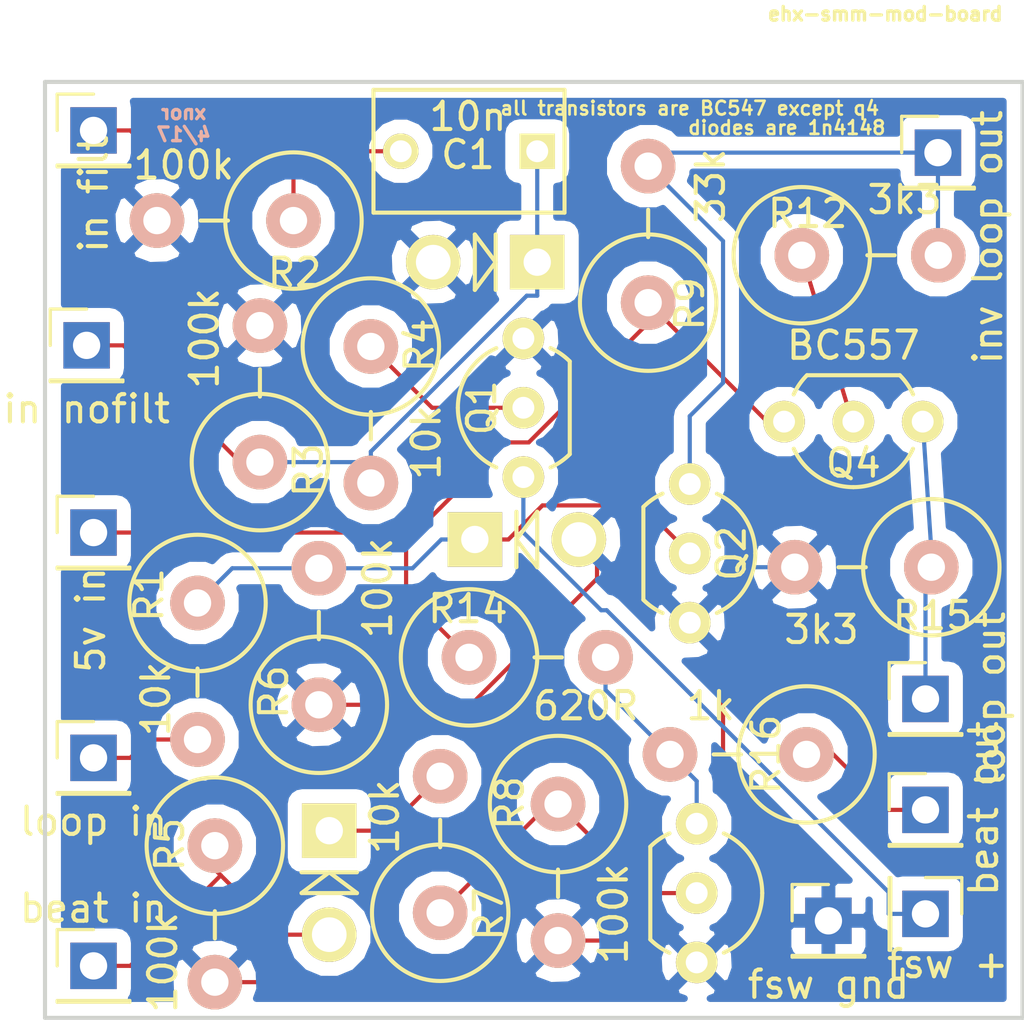
<source format=kicad_pcb>
(kicad_pcb (version 4) (host pcbnew 4.0.5-e0-6337~49~ubuntu16.04.1)

  (general
    (links 40)
    (no_connects 0)
    (area 113.716999 121.844999 149.681001 156.285001)
    (thickness 1.6)
    (drawings 8)
    (tracks 98)
    (zones 0)
    (modules 31)
    (nets 17)
  )

  (page A4)
  (layers
    (0 F.Cu signal)
    (31 B.Cu signal)
    (34 B.Paste user)
    (35 F.Paste user)
    (36 B.SilkS user)
    (37 F.SilkS user)
    (38 B.Mask user)
    (39 F.Mask user)
    (40 Dwgs.User user)
    (41 Cmts.User user)
    (42 Eco1.User user)
    (43 Eco2.User user)
    (44 Edge.Cuts user)
    (45 Margin user)
    (49 F.Fab user)
  )

  (setup
    (last_trace_width 0.1524)
    (trace_clearance 0.1524)
    (zone_clearance 0.508)
    (zone_45_only no)
    (trace_min 0.1524)
    (segment_width 0.2)
    (edge_width 0.15)
    (via_size 0.6858)
    (via_drill 0.4064)
    (via_min_size 0.6858)
    (via_min_drill 0.3302)
    (uvia_size 0.762)
    (uvia_drill 0.508)
    (uvias_allowed no)
    (uvia_min_size 0)
    (uvia_min_drill 0)
    (pcb_text_width 0.3)
    (pcb_text_size 1.5 1.5)
    (mod_edge_width 0.15)
    (mod_text_size 1 1)
    (mod_text_width 0.15)
    (pad_size 1.524 1.524)
    (pad_drill 0.762)
    (pad_to_mask_clearance 0.2)
    (aux_axis_origin 0 0)
    (grid_origin 90.17 154.94)
    (visible_elements FFFFFF7F)
    (pcbplotparams
      (layerselection 0x00030_80000001)
      (usegerberextensions false)
      (excludeedgelayer true)
      (linewidth 0.100000)
      (plotframeref false)
      (viasonmask false)
      (mode 1)
      (useauxorigin false)
      (hpglpennumber 1)
      (hpglpenspeed 20)
      (hpglpendiameter 15)
      (hpglpenoverlay 2)
      (psnegative false)
      (psa4output false)
      (plotreference true)
      (plotvalue true)
      (plotinvisibletext false)
      (padsonsilk false)
      (subtractmaskfromsilk false)
      (outputformat 1)
      (mirror false)
      (drillshape 1)
      (scaleselection 1)
      (outputdirectory ""))
  )

  (net 0 "")
  (net 1 "Net-(C1-Pad1)")
  (net 2 "Net-(C1-Pad2)")
  (net 3 "Net-(D2-Pad2)")
  (net 4 "Net-(D2-Pad1)")
  (net 5 "Net-(D3-Pad1)")
  (net 6 "Net-(P2-Pad1)")
  (net 7 "Net-(P3-Pad1)")
  (net 8 "Net-(P5-Pad1)")
  (net 9 "Net-(P6-Pad1)")
  (net 10 +5V)
  (net 11 "Net-(Q1-Pad2)")
  (net 12 "Net-(Q3-Pad2)")
  (net 13 "Net-(Q3-Pad1)")
  (net 14 "Net-(Q4-Pad2)")
  (net 15 GND)
  (net 16 "Net-(P10-Pad1)")

  (net_class Default "This is the default net class."
    (clearance 0.1524)
    (trace_width 0.1524)
    (via_dia 0.6858)
    (via_drill 0.4064)
    (uvia_dia 0.762)
    (uvia_drill 0.508)
    (add_net +5V)
    (add_net GND)
    (add_net "Net-(C1-Pad1)")
    (add_net "Net-(C1-Pad2)")
    (add_net "Net-(D2-Pad1)")
    (add_net "Net-(D2-Pad2)")
    (add_net "Net-(D3-Pad1)")
    (add_net "Net-(P10-Pad1)")
    (add_net "Net-(P2-Pad1)")
    (add_net "Net-(P3-Pad1)")
    (add_net "Net-(P5-Pad1)")
    (add_net "Net-(P6-Pad1)")
    (add_net "Net-(Q1-Pad2)")
    (add_net "Net-(Q3-Pad1)")
    (add_net "Net-(Q3-Pad2)")
    (add_net "Net-(Q4-Pad2)")
  )

  (module Capacitors_ThroughHole:C_Rect_L7_W4.5_P5 (layer F.Cu) (tedit 57FD9AFE) (tstamp 57FAD846)
    (at 131.826 124.46 180)
    (descr "Film Capacitor Length 7mm x Width 4.5mm, Pitch 5mm")
    (tags Capacitor)
    (path /57FACACD)
    (fp_text reference C1 (at 2.54 -0.127 180) (layer F.SilkS)
      (effects (font (size 1 1) (thickness 0.15)))
    )
    (fp_text value 10n (at 2.54 1.27 180) (layer F.SilkS)
      (effects (font (size 1 1) (thickness 0.15)))
    )
    (fp_line (start -1.25 -2.5) (end 6.25 -2.5) (layer F.CrtYd) (width 0.05))
    (fp_line (start 6.25 -2.5) (end 6.25 2.5) (layer F.CrtYd) (width 0.05))
    (fp_line (start 6.25 2.5) (end -1.25 2.5) (layer F.CrtYd) (width 0.05))
    (fp_line (start -1.25 2.5) (end -1.25 -2.5) (layer F.CrtYd) (width 0.05))
    (fp_line (start -1 -2.25) (end 6 -2.25) (layer F.SilkS) (width 0.15))
    (fp_line (start 6 -2.25) (end 6 2.25) (layer F.SilkS) (width 0.15))
    (fp_line (start 6 2.25) (end -1 2.25) (layer F.SilkS) (width 0.15))
    (fp_line (start -1 2.25) (end -1 -2.25) (layer F.SilkS) (width 0.15))
    (pad 1 thru_hole rect (at 0 0 180) (size 1.3 1.3) (drill 0.8) (layers *.Cu *.Mask F.SilkS)
      (net 1 "Net-(C1-Pad1)"))
    (pad 2 thru_hole circle (at 5 0 180) (size 1.3 1.3) (drill 0.8) (layers *.Cu *.Mask F.SilkS)
      (net 2 "Net-(C1-Pad2)"))
    (model Capacitors_ThroughHole.3dshapes/C_Rect_L7_W4.5_P5.wrl
      (at (xyz 0.098425 0 0))
      (scale (xyz 1 1 1))
      (rotate (xyz 0 0 0))
    )
  )

  (module TO_SOT_Packages_THT:TO-92_Inline_Wide (layer F.Cu) (tedit 57FDA145) (tstamp 57FAD8E6)
    (at 131.318 136.398 90)
    (descr "TO-92 leads in-line, wide, drill 0.8mm (see NXP sot054_po.pdf)")
    (tags "to-92 sc-43 sc-43a sot54 PA33 transistor")
    (path /57FACA9E)
    (fp_text reference Q1 (at 2.54 -1.524 90) (layer F.SilkS)
      (effects (font (size 1 1) (thickness 0.15)))
    )
    (fp_text value BC547 (at 0 3 90) (layer F.Fab) hide
      (effects (font (size 1 1) (thickness 0.15)))
    )
    (fp_arc (start 2.54 0) (end 0.84 1.7) (angle 20.5) (layer F.SilkS) (width 0.15))
    (fp_arc (start 2.54 0) (end 4.24 1.7) (angle -20.5) (layer F.SilkS) (width 0.15))
    (fp_line (start -1 1.95) (end -1 -2.65) (layer F.CrtYd) (width 0.05))
    (fp_line (start -1 1.95) (end 6.1 1.95) (layer F.CrtYd) (width 0.05))
    (fp_line (start 0.84 1.7) (end 4.24 1.7) (layer F.SilkS) (width 0.15))
    (fp_arc (start 2.54 0) (end 2.54 -2.4) (angle -65.55604127) (layer F.SilkS) (width 0.15))
    (fp_arc (start 2.54 0) (end 2.54 -2.4) (angle 65.55604127) (layer F.SilkS) (width 0.15))
    (fp_line (start -1 -2.65) (end 6.1 -2.65) (layer F.CrtYd) (width 0.05))
    (fp_line (start 6.1 1.95) (end 6.1 -2.65) (layer F.CrtYd) (width 0.05))
    (pad 2 thru_hole circle (at 2.54 0 180) (size 1.524 1.524) (drill 0.8) (layers *.Cu *.Mask F.SilkS)
      (net 11 "Net-(Q1-Pad2)"))
    (pad 3 thru_hole circle (at 5.08 0 180) (size 1.524 1.524) (drill 0.8) (layers *.Cu *.Mask F.SilkS)
      (net 15 GND))
    (pad 1 thru_hole circle (at 0 0 180) (size 1.524 1.524) (drill 0.8) (layers *.Cu *.Mask F.SilkS)
      (net 6 "Net-(P2-Pad1)"))
    (model TO_SOT_Packages_THT.3dshapes/TO-92_Inline_Wide.wrl
      (at (xyz 0.1 0 0))
      (scale (xyz 1 1 1))
      (rotate (xyz 0 0 -90))
    )
  )

  (module TO_SOT_Packages_THT:TO-92_Inline_Wide (layer F.Cu) (tedit 57FDA188) (tstamp 57FAD8F6)
    (at 137.414 136.652 270)
    (descr "TO-92 leads in-line, wide, drill 0.8mm (see NXP sot054_po.pdf)")
    (tags "to-92 sc-43 sc-43a sot54 PA33 transistor")
    (path /57FAEED8)
    (fp_text reference Q2 (at 2.54 -1.524 450) (layer F.SilkS)
      (effects (font (size 1 1) (thickness 0.15)))
    )
    (fp_text value BC547 (at 0 3 270) (layer F.Fab) hide
      (effects (font (size 1 1) (thickness 0.15)))
    )
    (fp_arc (start 2.54 0) (end 0.84 1.7) (angle 20.5) (layer F.SilkS) (width 0.15))
    (fp_arc (start 2.54 0) (end 4.24 1.7) (angle -20.5) (layer F.SilkS) (width 0.15))
    (fp_line (start -1 1.95) (end -1 -2.65) (layer F.CrtYd) (width 0.05))
    (fp_line (start -1 1.95) (end 6.1 1.95) (layer F.CrtYd) (width 0.05))
    (fp_line (start 0.84 1.7) (end 4.24 1.7) (layer F.SilkS) (width 0.15))
    (fp_arc (start 2.54 0) (end 2.54 -2.4) (angle -65.55604127) (layer F.SilkS) (width 0.15))
    (fp_arc (start 2.54 0) (end 2.54 -2.4) (angle 65.55604127) (layer F.SilkS) (width 0.15))
    (fp_line (start -1 -2.65) (end 6.1 -2.65) (layer F.CrtYd) (width 0.05))
    (fp_line (start 6.1 1.95) (end 6.1 -2.65) (layer F.CrtYd) (width 0.05))
    (pad 2 thru_hole circle (at 2.54 0) (size 1.524 1.524) (drill 0.8) (layers *.Cu *.Mask F.SilkS)
      (net 5 "Net-(D3-Pad1)"))
    (pad 3 thru_hole circle (at 5.08 0) (size 1.524 1.524) (drill 0.8) (layers *.Cu *.Mask F.SilkS)
      (net 15 GND))
    (pad 1 thru_hole circle (at 0 0) (size 1.524 1.524) (drill 0.8) (layers *.Cu *.Mask F.SilkS)
      (net 16 "Net-(P10-Pad1)"))
    (model TO_SOT_Packages_THT.3dshapes/TO-92_Inline_Wide.wrl
      (at (xyz 0.1 0 0))
      (scale (xyz 1 1 1))
      (rotate (xyz 0 0 -90))
    )
  )

  (module TO_SOT_Packages_THT:TO-92_Inline_Wide (layer F.Cu) (tedit 57FD9A56) (tstamp 57FAD906)
    (at 137.668 149.098 270)
    (descr "TO-92 leads in-line, wide, drill 0.8mm (see NXP sot054_po.pdf)")
    (tags "to-92 sc-43 sc-43a sot54 PA33 transistor")
    (path /57FAE25F)
    (fp_text reference Q3 (at 2.54 -1.905 270) (layer F.SilkS) hide
      (effects (font (size 1 1) (thickness 0.15)))
    )
    (fp_text value BC547 (at 2.54 -3.175 270) (layer F.Fab) hide
      (effects (font (size 1 1) (thickness 0.15)))
    )
    (fp_arc (start 2.54 0) (end 0.84 1.7) (angle 20.5) (layer F.SilkS) (width 0.15))
    (fp_arc (start 2.54 0) (end 4.24 1.7) (angle -20.5) (layer F.SilkS) (width 0.15))
    (fp_line (start -1 1.95) (end -1 -2.65) (layer F.CrtYd) (width 0.05))
    (fp_line (start -1 1.95) (end 6.1 1.95) (layer F.CrtYd) (width 0.05))
    (fp_line (start 0.84 1.7) (end 4.24 1.7) (layer F.SilkS) (width 0.15))
    (fp_arc (start 2.54 0) (end 2.54 -2.4) (angle -65.55604127) (layer F.SilkS) (width 0.15))
    (fp_arc (start 2.54 0) (end 2.54 -2.4) (angle 65.55604127) (layer F.SilkS) (width 0.15))
    (fp_line (start -1 -2.65) (end 6.1 -2.65) (layer F.CrtYd) (width 0.05))
    (fp_line (start 6.1 1.95) (end 6.1 -2.65) (layer F.CrtYd) (width 0.05))
    (pad 2 thru_hole circle (at 2.54 0) (size 1.524 1.524) (drill 0.8) (layers *.Cu *.Mask F.SilkS)
      (net 12 "Net-(Q3-Pad2)"))
    (pad 3 thru_hole circle (at 5.08 0) (size 1.524 1.524) (drill 0.8) (layers *.Cu *.Mask F.SilkS)
      (net 15 GND))
    (pad 1 thru_hole circle (at 0 0) (size 1.524 1.524) (drill 0.8) (layers *.Cu *.Mask F.SilkS)
      (net 13 "Net-(Q3-Pad1)"))
    (model TO_SOT_Packages_THT.3dshapes/TO-92_Inline_Wide.wrl
      (at (xyz 0.1 0 0))
      (scale (xyz 1 1 1))
      (rotate (xyz 0 0 -90))
    )
  )

  (module TO_SOT_Packages_THT:TO-92_Inline_Wide (layer F.Cu) (tedit 57FDA169) (tstamp 57FAD916)
    (at 145.9484 134.366 180)
    (descr "TO-92 leads in-line, wide, drill 0.8mm (see NXP sot054_po.pdf)")
    (tags "to-92 sc-43 sc-43a sot54 PA33 transistor")
    (path /57FAF0A1)
    (fp_text reference Q4 (at 2.54 -1.524 360) (layer F.SilkS)
      (effects (font (size 1 1) (thickness 0.15)))
    )
    (fp_text value BC557 (at 2.54 2.794 180) (layer F.SilkS)
      (effects (font (size 1 1) (thickness 0.15)))
    )
    (fp_arc (start 2.54 0) (end 0.84 1.7) (angle 20.5) (layer F.SilkS) (width 0.15))
    (fp_arc (start 2.54 0) (end 4.24 1.7) (angle -20.5) (layer F.SilkS) (width 0.15))
    (fp_line (start -1 1.95) (end -1 -2.65) (layer F.CrtYd) (width 0.05))
    (fp_line (start -1 1.95) (end 6.1 1.95) (layer F.CrtYd) (width 0.05))
    (fp_line (start 0.84 1.7) (end 4.24 1.7) (layer F.SilkS) (width 0.15))
    (fp_arc (start 2.54 0) (end 2.54 -2.4) (angle -65.55604127) (layer F.SilkS) (width 0.15))
    (fp_arc (start 2.54 0) (end 2.54 -2.4) (angle 65.55604127) (layer F.SilkS) (width 0.15))
    (fp_line (start -1 -2.65) (end 6.1 -2.65) (layer F.CrtYd) (width 0.05))
    (fp_line (start 6.1 1.95) (end 6.1 -2.65) (layer F.CrtYd) (width 0.05))
    (pad 2 thru_hole circle (at 2.54 0 270) (size 1.524 1.524) (drill 0.8) (layers *.Cu *.Mask F.SilkS)
      (net 14 "Net-(Q4-Pad2)"))
    (pad 3 thru_hole circle (at 5.08 0 270) (size 1.524 1.524) (drill 0.8) (layers *.Cu *.Mask F.SilkS)
      (net 10 +5V))
    (pad 1 thru_hole circle (at 0 0 270) (size 1.524 1.524) (drill 0.8) (layers *.Cu *.Mask F.SilkS)
      (net 9 "Net-(P6-Pad1)"))
    (model TO_SOT_Packages_THT.3dshapes/TO-92_Inline_Wide.wrl
      (at (xyz 0.1 0 0))
      (scale (xyz 1 1 1))
      (rotate (xyz 0 0 -90))
    )
  )

  (module Resistors_ThroughHole:Resistor_Vertical_RM5mm (layer F.Cu) (tedit 57FDA3C6) (tstamp 57FAD91E)
    (at 119.38 143.51 270)
    (descr "Resistor, Vertical, RM 5mm, 1/3W,")
    (tags "Resistor, Vertical, RM 5mm, 1/3W,")
    (path /57FAEDF5)
    (fp_text reference R1 (at -2.794 1.778 270) (layer F.SilkS)
      (effects (font (size 1 1) (thickness 0.15)))
    )
    (fp_text value 10k (at 1.016 1.524 270) (layer F.SilkS)
      (effects (font (size 1 1) (thickness 0.15)))
    )
    (fp_line (start -0.09906 0) (end 0.9017 0) (layer F.SilkS) (width 0.15))
    (fp_circle (center -2.49936 0) (end 0 0) (layer F.SilkS) (width 0.15))
    (pad 1 thru_hole circle (at -2.49936 0 270) (size 1.99898 1.99898) (drill 1.00076) (layers *.Cu *.SilkS *.Mask)
      (net 5 "Net-(D3-Pad1)"))
    (pad 2 thru_hole circle (at 2.5019 0 270) (size 1.99898 1.99898) (drill 1.00076) (layers *.Cu *.SilkS *.Mask)
      (net 7 "Net-(P3-Pad1)"))
  )

  (module Resistors_ThroughHole:Resistor_Vertical_RM5mm (layer F.Cu) (tedit 5802A9D8) (tstamp 57FAD926)
    (at 120.396 127 180)
    (descr "Resistor, Vertical, RM 5mm, 1/3W,")
    (tags "Resistor, Vertical, RM 5mm, 1/3W,")
    (path /57FAC864)
    (fp_text reference R2 (at -2.54 -1.905 180) (layer F.SilkS)
      (effects (font (size 1 1) (thickness 0.15)))
    )
    (fp_text value 100k (at 1.524 2.032 180) (layer F.SilkS)
      (effects (font (size 1 1) (thickness 0.15)))
    )
    (fp_line (start -0.09906 0) (end 0.9017 0) (layer F.SilkS) (width 0.15))
    (fp_circle (center -2.49936 0) (end 0 0) (layer F.SilkS) (width 0.15))
    (pad 1 thru_hole circle (at -2.49936 0 180) (size 1.99898 1.99898) (drill 1.00076) (layers *.Cu *.SilkS *.Mask)
      (net 2 "Net-(C1-Pad2)"))
    (pad 2 thru_hole circle (at 2.5019 0 180) (size 1.99898 1.99898) (drill 1.00076) (layers *.Cu *.SilkS *.Mask)
      (net 15 GND))
  )

  (module Resistors_ThroughHole:Resistor_Vertical_RM5mm (layer F.Cu) (tedit 5802558D) (tstamp 57FAD92E)
    (at 121.666 133.35 90)
    (descr "Resistor, Vertical, RM 5mm, 1/3W,")
    (tags "Resistor, Vertical, RM 5mm, 1/3W,")
    (path /57FAC97D)
    (fp_text reference R3 (at -2.794 1.778 90) (layer F.SilkS)
      (effects (font (size 1 1) (thickness 0.15)))
    )
    (fp_text value 100k (at 2.032 -2.032 90) (layer F.SilkS)
      (effects (font (size 1 1) (thickness 0.15)))
    )
    (fp_line (start -0.09906 0) (end 0.9017 0) (layer F.SilkS) (width 0.15))
    (fp_circle (center -2.49936 0) (end 0 0) (layer F.SilkS) (width 0.15))
    (pad 1 thru_hole circle (at -2.49936 0 90) (size 1.99898 1.99898) (drill 1.00076) (layers *.Cu *.SilkS *.Mask)
      (net 1 "Net-(C1-Pad1)"))
    (pad 2 thru_hole circle (at 2.5019 0 90) (size 1.99898 1.99898) (drill 1.00076) (layers *.Cu *.SilkS *.Mask)
      (net 15 GND))
  )

  (module Resistors_ThroughHole:Resistor_Vertical_RM5mm (layer F.Cu) (tedit 580257BC) (tstamp 57FAD936)
    (at 125.73 134.112 270)
    (descr "Resistor, Vertical, RM 5mm, 1/3W,")
    (tags "Resistor, Vertical, RM 5mm, 1/3W,")
    (path /57FAC9F5)
    (fp_text reference R4 (at -2.54 -1.778 270) (layer F.SilkS)
      (effects (font (size 1 1) (thickness 0.15)))
    )
    (fp_text value 10k (at 1.016 -2.032 270) (layer F.SilkS)
      (effects (font (size 1 1) (thickness 0.15)))
    )
    (fp_line (start -0.09906 0) (end 0.9017 0) (layer F.SilkS) (width 0.15))
    (fp_circle (center -2.49936 0) (end 0 0) (layer F.SilkS) (width 0.15))
    (pad 1 thru_hole circle (at -2.49936 0 270) (size 1.99898 1.99898) (drill 1.00076) (layers *.Cu *.SilkS *.Mask)
      (net 11 "Net-(Q1-Pad2)"))
    (pad 2 thru_hole circle (at 2.5019 0 270) (size 1.99898 1.99898) (drill 1.00076) (layers *.Cu *.SilkS *.Mask)
      (net 1 "Net-(C1-Pad1)"))
  )

  (module Resistors_ThroughHole:Resistor_Vertical_RM5mm (layer F.Cu) (tedit 57FDA451) (tstamp 57FAD93E)
    (at 120.015 152.4 270)
    (descr "Resistor, Vertical, RM 5mm, 1/3W,")
    (tags "Resistor, Vertical, RM 5mm, 1/3W,")
    (path /57FADDE5)
    (fp_text reference R5 (at -2.54 1.651 270) (layer F.SilkS)
      (effects (font (size 1 1) (thickness 0.15)))
    )
    (fp_text value 100k (at 1.778 1.905 270) (layer F.SilkS)
      (effects (font (size 1 1) (thickness 0.15)))
    )
    (fp_line (start -0.09906 0) (end 0.9017 0) (layer F.SilkS) (width 0.15))
    (fp_circle (center -2.49936 0) (end 0 0) (layer F.SilkS) (width 0.15))
    (pad 1 thru_hole circle (at -2.49936 0 270) (size 1.99898 1.99898) (drill 1.00076) (layers *.Cu *.SilkS *.Mask)
      (net 3 "Net-(D2-Pad2)"))
    (pad 2 thru_hole circle (at 2.5019 0 270) (size 1.99898 1.99898) (drill 1.00076) (layers *.Cu *.SilkS *.Mask)
      (net 15 GND))
  )

  (module Resistors_ThroughHole:Resistor_Vertical_RM5mm (layer F.Cu) (tedit 57FDA3BE) (tstamp 57FAD946)
    (at 123.825 142.24 90)
    (descr "Resistor, Vertical, RM 5mm, 1/3W,")
    (tags "Resistor, Vertical, RM 5mm, 1/3W,")
    (path /57FAEE34)
    (fp_text reference R6 (at -2.032 -1.651 90) (layer F.SilkS)
      (effects (font (size 1 1) (thickness 0.15)))
    )
    (fp_text value 100k (at 1.778 2.159 90) (layer F.SilkS)
      (effects (font (size 1 1) (thickness 0.15)))
    )
    (fp_line (start -0.09906 0) (end 0.9017 0) (layer F.SilkS) (width 0.15))
    (fp_circle (center -2.49936 0) (end 0 0) (layer F.SilkS) (width 0.15))
    (pad 1 thru_hole circle (at -2.49936 0 90) (size 1.99898 1.99898) (drill 1.00076) (layers *.Cu *.SilkS *.Mask)
      (net 15 GND))
    (pad 2 thru_hole circle (at 2.5019 0 90) (size 1.99898 1.99898) (drill 1.00076) (layers *.Cu *.SilkS *.Mask)
      (net 5 "Net-(D3-Pad1)"))
  )

  (module Resistors_ThroughHole:Resistor_Vertical_RM5mm (layer F.Cu) (tedit 58029C9B) (tstamp 57FAD94E)
    (at 128.27 149.86 90)
    (descr "Resistor, Vertical, RM 5mm, 1/3W,")
    (tags "Resistor, Vertical, RM 5mm, 1/3W,")
    (path /57FADE26)
    (fp_text reference R7 (at -2.54 1.778 90) (layer F.SilkS)
      (effects (font (size 1 1) (thickness 0.15)))
    )
    (fp_text value 10k (at 1.016 -2.032 90) (layer F.SilkS)
      (effects (font (size 1 1) (thickness 0.15)))
    )
    (fp_line (start -0.09906 0) (end 0.9017 0) (layer F.SilkS) (width 0.15))
    (fp_circle (center -2.49936 0) (end 0 0) (layer F.SilkS) (width 0.15))
    (pad 1 thru_hole circle (at -2.49936 0 90) (size 1.99898 1.99898) (drill 1.00076) (layers *.Cu *.SilkS *.Mask)
      (net 12 "Net-(Q3-Pad2)"))
    (pad 2 thru_hole circle (at 2.5019 0 90) (size 1.99898 1.99898) (drill 1.00076) (layers *.Cu *.SilkS *.Mask)
      (net 4 "Net-(D2-Pad1)"))
  )

  (module Resistors_ThroughHole:Resistor_Vertical_RM5mm (layer F.Cu) (tedit 57FDA3E0) (tstamp 57FAD956)
    (at 132.588 150.876 270)
    (descr "Resistor, Vertical, RM 5mm, 1/3W,")
    (tags "Resistor, Vertical, RM 5mm, 1/3W,")
    (path /57FADE55)
    (fp_text reference R8 (at -2.54 1.778 270) (layer F.SilkS)
      (effects (font (size 1 1) (thickness 0.15)))
    )
    (fp_text value 100k (at 1.524 -2.032 270) (layer F.SilkS)
      (effects (font (size 1 1) (thickness 0.15)))
    )
    (fp_line (start -0.09906 0) (end 0.9017 0) (layer F.SilkS) (width 0.15))
    (fp_circle (center -2.49936 0) (end 0 0) (layer F.SilkS) (width 0.15))
    (pad 1 thru_hole circle (at -2.49936 0 270) (size 1.99898 1.99898) (drill 1.00076) (layers *.Cu *.SilkS *.Mask)
      (net 12 "Net-(Q3-Pad2)"))
    (pad 2 thru_hole circle (at 2.5019 0 270) (size 1.99898 1.99898) (drill 1.00076) (layers *.Cu *.SilkS *.Mask)
      (net 15 GND))
  )

  (module Resistors_ThroughHole:Resistor_Vertical_RM5mm (layer F.Cu) (tedit 580258E9) (tstamp 57FAD95E)
    (at 135.89 127.508 90)
    (descr "Resistor, Vertical, RM 5mm, 1/3W,")
    (tags "Resistor, Vertical, RM 5mm, 1/3W,")
    (path /57FAEFAE)
    (fp_text reference R9 (at -2.54 1.524 90) (layer F.SilkS)
      (effects (font (size 1 1) (thickness 0.15)))
    )
    (fp_text value 33k (at 1.778 2.286 90) (layer F.SilkS)
      (effects (font (size 1 1) (thickness 0.15)))
    )
    (fp_line (start -0.09906 0) (end 0.9017 0) (layer F.SilkS) (width 0.15))
    (fp_circle (center -2.49936 0) (end 0 0) (layer F.SilkS) (width 0.15))
    (pad 1 thru_hole circle (at -2.49936 0 90) (size 1.99898 1.99898) (drill 1.00076) (layers *.Cu *.SilkS *.Mask)
      (net 10 +5V))
    (pad 2 thru_hole circle (at 2.5019 0 90) (size 1.99898 1.99898) (drill 1.00076) (layers *.Cu *.SilkS *.Mask)
      (net 16 "Net-(P10-Pad1)"))
  )

  (module Resistors_ThroughHole:Resistor_Vertical_RM5mm (layer F.Cu) (tedit 580258F3) (tstamp 57FAD976)
    (at 144.018 128.27)
    (descr "Resistor, Vertical, RM 5mm, 1/3W,")
    (tags "Resistor, Vertical, RM 5mm, 1/3W,")
    (path /57FAF048)
    (fp_text reference R12 (at -2.286 -1.524) (layer F.SilkS)
      (effects (font (size 1 1) (thickness 0.15)))
    )
    (fp_text value 3k3 (at 1.27 -2.032) (layer F.SilkS)
      (effects (font (size 1 1) (thickness 0.15)))
    )
    (fp_line (start -0.09906 0) (end 0.9017 0) (layer F.SilkS) (width 0.15))
    (fp_circle (center -2.49936 0) (end 0 0) (layer F.SilkS) (width 0.15))
    (pad 1 thru_hole circle (at -2.49936 0) (size 1.99898 1.99898) (drill 1.00076) (layers *.Cu *.SilkS *.Mask)
      (net 14 "Net-(Q4-Pad2)"))
    (pad 2 thru_hole circle (at 2.5019 0) (size 1.99898 1.99898) (drill 1.00076) (layers *.Cu *.SilkS *.Mask)
      (net 16 "Net-(P10-Pad1)"))
  )

  (module Resistors_ThroughHole:Resistor_Vertical_RM5mm (layer F.Cu) (tedit 5802590C) (tstamp 57FAD986)
    (at 131.826 143.002)
    (descr "Resistor, Vertical, RM 5mm, 1/3W,")
    (tags "Resistor, Vertical, RM 5mm, 1/3W,")
    (path /57FADED1)
    (fp_text reference R14 (at -2.54 -1.778) (layer F.SilkS)
      (effects (font (size 1 1) (thickness 0.15)))
    )
    (fp_text value 620R (at 1.778 1.778) (layer F.SilkS)
      (effects (font (size 1 1) (thickness 0.15)))
    )
    (fp_line (start -0.09906 0) (end 0.9017 0) (layer F.SilkS) (width 0.15))
    (fp_circle (center -2.49936 0) (end 0 0) (layer F.SilkS) (width 0.15))
    (pad 1 thru_hole circle (at -2.49936 0) (size 1.99898 1.99898) (drill 1.00076) (layers *.Cu *.SilkS *.Mask)
      (net 10 +5V))
    (pad 2 thru_hole circle (at 2.5019 0) (size 1.99898 1.99898) (drill 1.00076) (layers *.Cu *.SilkS *.Mask)
      (net 13 "Net-(Q3-Pad1)"))
  )

  (module Resistors_ThroughHole:Resistor_Vertical_RM5mm (layer F.Cu) (tedit 580258FD) (tstamp 57FAD98E)
    (at 143.764 139.7 180)
    (descr "Resistor, Vertical, RM 5mm, 1/3W,")
    (tags "Resistor, Vertical, RM 5mm, 1/3W,")
    (path /57FAF16A)
    (fp_text reference R15 (at -2.54 -1.778 180) (layer F.SilkS)
      (effects (font (size 1 1) (thickness 0.15)))
    )
    (fp_text value 3k3 (at 1.524 -2.286 180) (layer F.SilkS)
      (effects (font (size 1 1) (thickness 0.15)))
    )
    (fp_line (start -0.09906 0) (end 0.9017 0) (layer F.SilkS) (width 0.15))
    (fp_circle (center -2.49936 0) (end 0 0) (layer F.SilkS) (width 0.15))
    (pad 1 thru_hole circle (at -2.49936 0 180) (size 1.99898 1.99898) (drill 1.00076) (layers *.Cu *.SilkS *.Mask)
      (net 9 "Net-(P6-Pad1)"))
    (pad 2 thru_hole circle (at 2.5019 0 180) (size 1.99898 1.99898) (drill 1.00076) (layers *.Cu *.SilkS *.Mask)
      (net 15 GND))
  )

  (module Resistors_ThroughHole:Resistor_Vertical_RM5mm (layer F.Cu) (tedit 57FDA3DB) (tstamp 57FAD996)
    (at 139.192 146.558 180)
    (descr "Resistor, Vertical, RM 5mm, 1/3W,")
    (tags "Resistor, Vertical, RM 5mm, 1/3W,")
    (path /57FADE86)
    (fp_text reference R16 (at -1.016 0 270) (layer F.SilkS)
      (effects (font (size 1 1) (thickness 0.15)))
    )
    (fp_text value 1k (at 1.016 1.778 180) (layer F.SilkS)
      (effects (font (size 1 1) (thickness 0.15)))
    )
    (fp_line (start -0.09906 0) (end 0.9017 0) (layer F.SilkS) (width 0.15))
    (fp_circle (center -2.49936 0) (end 0 0) (layer F.SilkS) (width 0.15))
    (pad 1 thru_hole circle (at -2.49936 0 180) (size 1.99898 1.99898) (drill 1.00076) (layers *.Cu *.SilkS *.Mask)
      (net 8 "Net-(P5-Pad1)"))
    (pad 2 thru_hole circle (at 2.5019 0 180) (size 1.99898 1.99898) (drill 1.00076) (layers *.Cu *.SilkS *.Mask)
      (net 13 "Net-(Q3-Pad1)"))
  )

  (module Diodes_ThroughHole:Diode_DO-41_SOD81_Vertical_AnodeUp (layer F.Cu) (tedit 57FDA37C) (tstamp 57FB13B9)
    (at 131.826 128.524 180)
    (descr "Diode, DO-41, SOD81, Vertical, Anode Up,")
    (tags "Diode, DO-41, SOD81, Vertical, Anode Up, 1N4007, SB140,")
    (path /57FAC99E)
    (fp_text reference D1 (at 1.27 1.905 180) (layer F.SilkS) hide
      (effects (font (size 1 1) (thickness 0.15)))
    )
    (fp_text value 1n4148 (at 0.05 -2 180) (layer F.Fab) hide
      (effects (font (size 1 1) (thickness 0.15)))
    )
    (fp_text user A (at 2.794 1.651 180) (layer F.SilkS) hide
      (effects (font (size 1 1) (thickness 0.15)))
    )
    (fp_line (start 1.524 0) (end 2.286 1.016) (layer F.SilkS) (width 0.15))
    (fp_line (start 1.524 0) (end 2.286 -1.016) (layer F.SilkS) (width 0.15))
    (fp_line (start 1.524 -1.016) (end 1.524 1.016) (layer F.SilkS) (width 0.15))
    (fp_line (start 2.286 -1.016) (end 2.286 1.016) (layer F.SilkS) (width 0.15))
    (pad 2 thru_hole circle (at 3.81 0 180) (size 1.99898 1.99898) (drill 1.27) (layers *.Cu *.Mask F.SilkS)
      (net 15 GND))
    (pad 1 thru_hole rect (at 0 0 180) (size 1.99898 1.99898) (drill 1.00076) (layers *.Cu *.Mask F.SilkS)
      (net 1 "Net-(C1-Pad1)"))
  )

  (module Diodes_ThroughHole:Diode_DO-41_SOD81_Vertical_AnodeUp (layer F.Cu) (tedit 57FDA387) (tstamp 57FB13C3)
    (at 124.206 149.352 270)
    (descr "Diode, DO-41, SOD81, Vertical, Anode Up,")
    (tags "Diode, DO-41, SOD81, Vertical, Anode Up, 1N4007, SB140,")
    (path /57FAE163)
    (fp_text reference D2 (at 2.667 1.778 270) (layer F.SilkS) hide
      (effects (font (size 1 1) (thickness 0.15)))
    )
    (fp_text value 1n4148 (at 0.05 -2 270) (layer F.Fab) hide
      (effects (font (size 1 1) (thickness 0.15)))
    )
    (fp_text user A (at 2.794 1.651 270) (layer F.SilkS) hide
      (effects (font (size 1 1) (thickness 0.15)))
    )
    (fp_line (start 1.524 0) (end 2.286 1.016) (layer F.SilkS) (width 0.15))
    (fp_line (start 1.524 0) (end 2.286 -1.016) (layer F.SilkS) (width 0.15))
    (fp_line (start 1.524 -1.016) (end 1.524 1.016) (layer F.SilkS) (width 0.15))
    (fp_line (start 2.286 -1.016) (end 2.286 1.016) (layer F.SilkS) (width 0.15))
    (pad 2 thru_hole circle (at 3.81 0 270) (size 1.99898 1.99898) (drill 1.27) (layers *.Cu *.Mask F.SilkS)
      (net 3 "Net-(D2-Pad2)"))
    (pad 1 thru_hole rect (at 0 0 270) (size 1.99898 1.99898) (drill 1.00076) (layers *.Cu *.Mask F.SilkS)
      (net 4 "Net-(D2-Pad1)"))
  )

  (module Diodes_ThroughHole:Diode_DO-41_SOD81_Vertical_AnodeUp (layer F.Cu) (tedit 57FDA38C) (tstamp 57FB13CD)
    (at 129.54 138.684)
    (descr "Diode, DO-41, SOD81, Vertical, Anode Up,")
    (tags "Diode, DO-41, SOD81, Vertical, Anode Up, 1N4007, SB140,")
    (path /57FAEE79)
    (fp_text reference D3 (at 2.032 1.778) (layer F.SilkS) hide
      (effects (font (size 1 1) (thickness 0.15)))
    )
    (fp_text value 1n4148 (at 0.05 -2) (layer F.Fab) hide
      (effects (font (size 1 1) (thickness 0.15)))
    )
    (fp_text user A (at -0.635 -3.175) (layer F.SilkS) hide
      (effects (font (size 1 1) (thickness 0.15)))
    )
    (fp_line (start 1.524 0) (end 2.286 1.016) (layer F.SilkS) (width 0.15))
    (fp_line (start 1.524 0) (end 2.286 -1.016) (layer F.SilkS) (width 0.15))
    (fp_line (start 1.524 -1.016) (end 1.524 1.016) (layer F.SilkS) (width 0.15))
    (fp_line (start 2.286 -1.016) (end 2.286 1.016) (layer F.SilkS) (width 0.15))
    (pad 2 thru_hole circle (at 3.81 0) (size 1.99898 1.99898) (drill 1.27) (layers *.Cu *.Mask F.SilkS)
      (net 15 GND))
    (pad 1 thru_hole rect (at 0 0) (size 1.99898 1.99898) (drill 1.00076) (layers *.Cu *.Mask F.SilkS)
      (net 5 "Net-(D3-Pad1)"))
  )

  (module Pin_Headers:Pin_Header_Straight_1x01_Pitch2.54mm (layer F.Cu) (tedit 58E01BFF) (tstamp 58E01B51)
    (at 115.57 123.698)
    (descr "Through hole straight pin header, 1x01, 2.54mm pitch, single row")
    (tags "Through hole pin header THT 1x01 2.54mm single row")
    (path /57FDC29A)
    (fp_text reference P1 (at 0 -2.33) (layer F.SilkS) hide
      (effects (font (size 1 1) (thickness 0.15)))
    )
    (fp_text value "in filt" (at 0 2.33 90) (layer F.SilkS)
      (effects (font (size 1 1) (thickness 0.15)))
    )
    (fp_line (start -1.27 -1.27) (end -1.27 1.27) (layer F.Fab) (width 0.1))
    (fp_line (start -1.27 1.27) (end 1.27 1.27) (layer F.Fab) (width 0.1))
    (fp_line (start 1.27 1.27) (end 1.27 -1.27) (layer F.Fab) (width 0.1))
    (fp_line (start 1.27 -1.27) (end -1.27 -1.27) (layer F.Fab) (width 0.1))
    (fp_line (start -1.33 1.27) (end -1.33 1.33) (layer F.SilkS) (width 0.12))
    (fp_line (start -1.33 1.33) (end 1.33 1.33) (layer F.SilkS) (width 0.12))
    (fp_line (start 1.33 1.33) (end 1.33 1.27) (layer F.SilkS) (width 0.12))
    (fp_line (start 1.33 1.27) (end -1.33 1.27) (layer F.SilkS) (width 0.12))
    (fp_line (start -1.33 0) (end -1.33 -1.33) (layer F.SilkS) (width 0.12))
    (fp_line (start -1.33 -1.33) (end 0 -1.33) (layer F.SilkS) (width 0.12))
    (fp_line (start -1.8 -1.8) (end -1.8 1.8) (layer F.CrtYd) (width 0.05))
    (fp_line (start -1.8 1.8) (end 1.8 1.8) (layer F.CrtYd) (width 0.05))
    (fp_line (start 1.8 1.8) (end 1.8 -1.8) (layer F.CrtYd) (width 0.05))
    (fp_line (start 1.8 -1.8) (end -1.8 -1.8) (layer F.CrtYd) (width 0.05))
    (fp_text user %R (at 0 -2.33) (layer F.Fab) hide
      (effects (font (size 1 1) (thickness 0.15)))
    )
    (pad 1 thru_hole rect (at 0 0) (size 1.7 1.7) (drill 1) (layers *.Cu *.Mask)
      (net 2 "Net-(C1-Pad2)"))
    (model ${KISYS3DMOD}/Pin_Headers.3dshapes/Pin_Header_Straight_1x01_Pitch2.54mm.wrl
      (at (xyz 0 0 0))
      (scale (xyz 1 1 1))
      (rotate (xyz 0 0 90))
    )
  )

  (module Pin_Headers:Pin_Header_Straight_1x01_Pitch2.54mm (layer F.Cu) (tedit 58E01C70) (tstamp 58E01B64)
    (at 146.05 152.4 270)
    (descr "Through hole straight pin header, 1x01, 2.54mm pitch, single row")
    (tags "Through hole pin header THT 1x01 2.54mm single row")
    (path /57FDCAA6)
    (fp_text reference P2 (at 0 -2.33 270) (layer F.SilkS) hide
      (effects (font (size 1 1) (thickness 0.15)))
    )
    (fp_text value "fsw +" (at 1.8288 -0.8128 360) (layer F.SilkS)
      (effects (font (size 1 1) (thickness 0.15)))
    )
    (fp_line (start -1.27 -1.27) (end -1.27 1.27) (layer F.Fab) (width 0.1))
    (fp_line (start -1.27 1.27) (end 1.27 1.27) (layer F.Fab) (width 0.1))
    (fp_line (start 1.27 1.27) (end 1.27 -1.27) (layer F.Fab) (width 0.1))
    (fp_line (start 1.27 -1.27) (end -1.27 -1.27) (layer F.Fab) (width 0.1))
    (fp_line (start -1.33 1.27) (end -1.33 1.33) (layer F.SilkS) (width 0.12))
    (fp_line (start -1.33 1.33) (end 1.33 1.33) (layer F.SilkS) (width 0.12))
    (fp_line (start 1.33 1.33) (end 1.33 1.27) (layer F.SilkS) (width 0.12))
    (fp_line (start 1.33 1.27) (end -1.33 1.27) (layer F.SilkS) (width 0.12))
    (fp_line (start -1.33 0) (end -1.33 -1.33) (layer F.SilkS) (width 0.12))
    (fp_line (start -1.33 -1.33) (end 0 -1.33) (layer F.SilkS) (width 0.12))
    (fp_line (start -1.8 -1.8) (end -1.8 1.8) (layer F.CrtYd) (width 0.05))
    (fp_line (start -1.8 1.8) (end 1.8 1.8) (layer F.CrtYd) (width 0.05))
    (fp_line (start 1.8 1.8) (end 1.8 -1.8) (layer F.CrtYd) (width 0.05))
    (fp_line (start 1.8 -1.8) (end -1.8 -1.8) (layer F.CrtYd) (width 0.05))
    (fp_text user %R (at 0 -2.33 270) (layer F.Fab) hide
      (effects (font (size 1 1) (thickness 0.15)))
    )
    (pad 1 thru_hole rect (at 0 0 270) (size 1.7 1.7) (drill 1) (layers *.Cu *.Mask)
      (net 6 "Net-(P2-Pad1)"))
    (model ${KISYS3DMOD}/Pin_Headers.3dshapes/Pin_Header_Straight_1x01_Pitch2.54mm.wrl
      (at (xyz 0 0 0))
      (scale (xyz 1 1 1))
      (rotate (xyz 0 0 90))
    )
  )

  (module Pin_Headers:Pin_Header_Straight_1x01_Pitch2.54mm (layer F.Cu) (tedit 58E01C2E) (tstamp 58E01B77)
    (at 115.57 146.685)
    (descr "Through hole straight pin header, 1x01, 2.54mm pitch, single row")
    (tags "Through hole pin header THT 1x01 2.54mm single row")
    (path /57FADD2C)
    (fp_text reference P3 (at 0 -2.33) (layer F.SilkS) hide
      (effects (font (size 1 1) (thickness 0.15)))
    )
    (fp_text value "loop in" (at 0 2.33) (layer F.SilkS)
      (effects (font (size 1 1) (thickness 0.15)))
    )
    (fp_line (start -1.27 -1.27) (end -1.27 1.27) (layer F.Fab) (width 0.1))
    (fp_line (start -1.27 1.27) (end 1.27 1.27) (layer F.Fab) (width 0.1))
    (fp_line (start 1.27 1.27) (end 1.27 -1.27) (layer F.Fab) (width 0.1))
    (fp_line (start 1.27 -1.27) (end -1.27 -1.27) (layer F.Fab) (width 0.1))
    (fp_line (start -1.33 1.27) (end -1.33 1.33) (layer F.SilkS) (width 0.12))
    (fp_line (start -1.33 1.33) (end 1.33 1.33) (layer F.SilkS) (width 0.12))
    (fp_line (start 1.33 1.33) (end 1.33 1.27) (layer F.SilkS) (width 0.12))
    (fp_line (start 1.33 1.27) (end -1.33 1.27) (layer F.SilkS) (width 0.12))
    (fp_line (start -1.33 0) (end -1.33 -1.33) (layer F.SilkS) (width 0.12))
    (fp_line (start -1.33 -1.33) (end 0 -1.33) (layer F.SilkS) (width 0.12))
    (fp_line (start -1.8 -1.8) (end -1.8 1.8) (layer F.CrtYd) (width 0.05))
    (fp_line (start -1.8 1.8) (end 1.8 1.8) (layer F.CrtYd) (width 0.05))
    (fp_line (start 1.8 1.8) (end 1.8 -1.8) (layer F.CrtYd) (width 0.05))
    (fp_line (start 1.8 -1.8) (end -1.8 -1.8) (layer F.CrtYd) (width 0.05))
    (fp_text user %R (at 0 -2.33) (layer F.Fab) hide
      (effects (font (size 1 1) (thickness 0.15)))
    )
    (pad 1 thru_hole rect (at 0 0) (size 1.7 1.7) (drill 1) (layers *.Cu *.Mask)
      (net 7 "Net-(P3-Pad1)"))
    (model ${KISYS3DMOD}/Pin_Headers.3dshapes/Pin_Header_Straight_1x01_Pitch2.54mm.wrl
      (at (xyz 0 0 0))
      (scale (xyz 1 1 1))
      (rotate (xyz 0 0 90))
    )
  )

  (module Pin_Headers:Pin_Header_Straight_1x01_Pitch2.54mm (layer F.Cu) (tedit 58E01C87) (tstamp 58E01B8A)
    (at 115.57 154.305)
    (descr "Through hole straight pin header, 1x01, 2.54mm pitch, single row")
    (tags "Through hole pin header THT 1x01 2.54mm single row")
    (path /57FADC87)
    (fp_text reference P4 (at 0 -2.33) (layer F.SilkS) hide
      (effects (font (size 1 1) (thickness 0.15)))
    )
    (fp_text value "beat in" (at 0 -2.1082) (layer F.SilkS)
      (effects (font (size 1 1) (thickness 0.15)))
    )
    (fp_line (start -1.27 -1.27) (end -1.27 1.27) (layer F.Fab) (width 0.1))
    (fp_line (start -1.27 1.27) (end 1.27 1.27) (layer F.Fab) (width 0.1))
    (fp_line (start 1.27 1.27) (end 1.27 -1.27) (layer F.Fab) (width 0.1))
    (fp_line (start 1.27 -1.27) (end -1.27 -1.27) (layer F.Fab) (width 0.1))
    (fp_line (start -1.33 1.27) (end -1.33 1.33) (layer F.SilkS) (width 0.12))
    (fp_line (start -1.33 1.33) (end 1.33 1.33) (layer F.SilkS) (width 0.12))
    (fp_line (start 1.33 1.33) (end 1.33 1.27) (layer F.SilkS) (width 0.12))
    (fp_line (start 1.33 1.27) (end -1.33 1.27) (layer F.SilkS) (width 0.12))
    (fp_line (start -1.33 0) (end -1.33 -1.33) (layer F.SilkS) (width 0.12))
    (fp_line (start -1.33 -1.33) (end 0 -1.33) (layer F.SilkS) (width 0.12))
    (fp_line (start -1.8 -1.8) (end -1.8 1.8) (layer F.CrtYd) (width 0.05))
    (fp_line (start -1.8 1.8) (end 1.8 1.8) (layer F.CrtYd) (width 0.05))
    (fp_line (start 1.8 1.8) (end 1.8 -1.8) (layer F.CrtYd) (width 0.05))
    (fp_line (start 1.8 -1.8) (end -1.8 -1.8) (layer F.CrtYd) (width 0.05))
    (fp_text user %R (at 0 -2.33) (layer F.Fab) hide
      (effects (font (size 1 1) (thickness 0.15)))
    )
    (pad 1 thru_hole rect (at 0 0) (size 1.7 1.7) (drill 1) (layers *.Cu *.Mask)
      (net 3 "Net-(D2-Pad2)"))
    (model ${KISYS3DMOD}/Pin_Headers.3dshapes/Pin_Header_Straight_1x01_Pitch2.54mm.wrl
      (at (xyz 0 0 0))
      (scale (xyz 1 1 1))
      (rotate (xyz 0 0 90))
    )
  )

  (module Pin_Headers:Pin_Header_Straight_1x01_Pitch2.54mm (layer F.Cu) (tedit 58E01C68) (tstamp 58E01B9D)
    (at 146.05 148.59)
    (descr "Through hole straight pin header, 1x01, 2.54mm pitch, single row")
    (tags "Through hole pin header THT 1x01 2.54mm single row")
    (path /57FAE7F9)
    (fp_text reference P5 (at 0 -2.33) (layer F.SilkS) hide
      (effects (font (size 1 1) (thickness 0.15)))
    )
    (fp_text value "beat out" (at 2.1336 -0.0508 90) (layer F.SilkS)
      (effects (font (size 1 1) (thickness 0.15)))
    )
    (fp_line (start -1.27 -1.27) (end -1.27 1.27) (layer F.Fab) (width 0.1))
    (fp_line (start -1.27 1.27) (end 1.27 1.27) (layer F.Fab) (width 0.1))
    (fp_line (start 1.27 1.27) (end 1.27 -1.27) (layer F.Fab) (width 0.1))
    (fp_line (start 1.27 -1.27) (end -1.27 -1.27) (layer F.Fab) (width 0.1))
    (fp_line (start -1.33 1.27) (end -1.33 1.33) (layer F.SilkS) (width 0.12))
    (fp_line (start -1.33 1.33) (end 1.33 1.33) (layer F.SilkS) (width 0.12))
    (fp_line (start 1.33 1.33) (end 1.33 1.27) (layer F.SilkS) (width 0.12))
    (fp_line (start 1.33 1.27) (end -1.33 1.27) (layer F.SilkS) (width 0.12))
    (fp_line (start -1.33 0) (end -1.33 -1.33) (layer F.SilkS) (width 0.12))
    (fp_line (start -1.33 -1.33) (end 0 -1.33) (layer F.SilkS) (width 0.12))
    (fp_line (start -1.8 -1.8) (end -1.8 1.8) (layer F.CrtYd) (width 0.05))
    (fp_line (start -1.8 1.8) (end 1.8 1.8) (layer F.CrtYd) (width 0.05))
    (fp_line (start 1.8 1.8) (end 1.8 -1.8) (layer F.CrtYd) (width 0.05))
    (fp_line (start 1.8 -1.8) (end -1.8 -1.8) (layer F.CrtYd) (width 0.05))
    (fp_text user %R (at 0 -2.33) (layer F.Fab) hide
      (effects (font (size 1 1) (thickness 0.15)))
    )
    (pad 1 thru_hole rect (at 0 0) (size 1.7 1.7) (drill 1) (layers *.Cu *.Mask)
      (net 8 "Net-(P5-Pad1)"))
    (model ${KISYS3DMOD}/Pin_Headers.3dshapes/Pin_Header_Straight_1x01_Pitch2.54mm.wrl
      (at (xyz 0 0 0))
      (scale (xyz 1 1 1))
      (rotate (xyz 0 0 90))
    )
  )

  (module Pin_Headers:Pin_Header_Straight_1x01_Pitch2.54mm (layer F.Cu) (tedit 58E01C58) (tstamp 58E01BB0)
    (at 146.05 144.526)
    (descr "Through hole straight pin header, 1x01, 2.54mm pitch, single row")
    (tags "Through hole pin header THT 1x01 2.54mm single row")
    (path /57FB036C)
    (fp_text reference P6 (at 0 -2.33) (layer F.SilkS) hide
      (effects (font (size 1 1) (thickness 0.15)))
    )
    (fp_text value "loop out" (at 2.3876 0 90) (layer F.SilkS)
      (effects (font (size 1 1) (thickness 0.15)))
    )
    (fp_line (start -1.27 -1.27) (end -1.27 1.27) (layer F.Fab) (width 0.1))
    (fp_line (start -1.27 1.27) (end 1.27 1.27) (layer F.Fab) (width 0.1))
    (fp_line (start 1.27 1.27) (end 1.27 -1.27) (layer F.Fab) (width 0.1))
    (fp_line (start 1.27 -1.27) (end -1.27 -1.27) (layer F.Fab) (width 0.1))
    (fp_line (start -1.33 1.27) (end -1.33 1.33) (layer F.SilkS) (width 0.12))
    (fp_line (start -1.33 1.33) (end 1.33 1.33) (layer F.SilkS) (width 0.12))
    (fp_line (start 1.33 1.33) (end 1.33 1.27) (layer F.SilkS) (width 0.12))
    (fp_line (start 1.33 1.27) (end -1.33 1.27) (layer F.SilkS) (width 0.12))
    (fp_line (start -1.33 0) (end -1.33 -1.33) (layer F.SilkS) (width 0.12))
    (fp_line (start -1.33 -1.33) (end 0 -1.33) (layer F.SilkS) (width 0.12))
    (fp_line (start -1.8 -1.8) (end -1.8 1.8) (layer F.CrtYd) (width 0.05))
    (fp_line (start -1.8 1.8) (end 1.8 1.8) (layer F.CrtYd) (width 0.05))
    (fp_line (start 1.8 1.8) (end 1.8 -1.8) (layer F.CrtYd) (width 0.05))
    (fp_line (start 1.8 -1.8) (end -1.8 -1.8) (layer F.CrtYd) (width 0.05))
    (fp_text user %R (at 0 -2.33) (layer F.Fab) hide
      (effects (font (size 1 1) (thickness 0.15)))
    )
    (pad 1 thru_hole rect (at 0 0) (size 1.7 1.7) (drill 1) (layers *.Cu *.Mask)
      (net 9 "Net-(P6-Pad1)"))
    (model ${KISYS3DMOD}/Pin_Headers.3dshapes/Pin_Header_Straight_1x01_Pitch2.54mm.wrl
      (at (xyz 0 0 0))
      (scale (xyz 1 1 1))
      (rotate (xyz 0 0 90))
    )
  )

  (module Pin_Headers:Pin_Header_Straight_1x01_Pitch2.54mm (layer F.Cu) (tedit 58E01C92) (tstamp 58E01BC3)
    (at 115.57 138.43)
    (descr "Through hole straight pin header, 1x01, 2.54mm pitch, single row")
    (tags "Through hole pin header THT 1x01 2.54mm single row")
    (path /57FB082F)
    (fp_text reference P7 (at 0 -2.33) (layer F.SilkS) hide
      (effects (font (size 1 1) (thickness 0.15)))
    )
    (fp_text value "5v in" (at -0.1016 3.2004 90) (layer F.SilkS)
      (effects (font (size 1 1) (thickness 0.15)))
    )
    (fp_line (start -1.27 -1.27) (end -1.27 1.27) (layer F.Fab) (width 0.1))
    (fp_line (start -1.27 1.27) (end 1.27 1.27) (layer F.Fab) (width 0.1))
    (fp_line (start 1.27 1.27) (end 1.27 -1.27) (layer F.Fab) (width 0.1))
    (fp_line (start 1.27 -1.27) (end -1.27 -1.27) (layer F.Fab) (width 0.1))
    (fp_line (start -1.33 1.27) (end -1.33 1.33) (layer F.SilkS) (width 0.12))
    (fp_line (start -1.33 1.33) (end 1.33 1.33) (layer F.SilkS) (width 0.12))
    (fp_line (start 1.33 1.33) (end 1.33 1.27) (layer F.SilkS) (width 0.12))
    (fp_line (start 1.33 1.27) (end -1.33 1.27) (layer F.SilkS) (width 0.12))
    (fp_line (start -1.33 0) (end -1.33 -1.33) (layer F.SilkS) (width 0.12))
    (fp_line (start -1.33 -1.33) (end 0 -1.33) (layer F.SilkS) (width 0.12))
    (fp_line (start -1.8 -1.8) (end -1.8 1.8) (layer F.CrtYd) (width 0.05))
    (fp_line (start -1.8 1.8) (end 1.8 1.8) (layer F.CrtYd) (width 0.05))
    (fp_line (start 1.8 1.8) (end 1.8 -1.8) (layer F.CrtYd) (width 0.05))
    (fp_line (start 1.8 -1.8) (end -1.8 -1.8) (layer F.CrtYd) (width 0.05))
    (fp_text user %R (at 0 -2.33) (layer F.Fab) hide
      (effects (font (size 1 1) (thickness 0.15)))
    )
    (pad 1 thru_hole rect (at 0 0) (size 1.7 1.7) (drill 1) (layers *.Cu *.Mask)
      (net 10 +5V))
    (model ${KISYS3DMOD}/Pin_Headers.3dshapes/Pin_Header_Straight_1x01_Pitch2.54mm.wrl
      (at (xyz 0 0 0))
      (scale (xyz 1 1 1))
      (rotate (xyz 0 0 90))
    )
  )

  (module Pin_Headers:Pin_Header_Straight_1x01_Pitch2.54mm (layer F.Cu) (tedit 58E01C04) (tstamp 58E01BD6)
    (at 115.316 131.572)
    (descr "Through hole straight pin header, 1x01, 2.54mm pitch, single row")
    (tags "Through hole pin header THT 1x01 2.54mm single row")
    (path /57FDC207)
    (fp_text reference P8 (at 0 -2.33) (layer F.SilkS) hide
      (effects (font (size 1 1) (thickness 0.15)))
    )
    (fp_text value "in nofilt" (at 0 2.33) (layer F.SilkS)
      (effects (font (size 1 1) (thickness 0.15)))
    )
    (fp_line (start -1.27 -1.27) (end -1.27 1.27) (layer F.Fab) (width 0.1))
    (fp_line (start -1.27 1.27) (end 1.27 1.27) (layer F.Fab) (width 0.1))
    (fp_line (start 1.27 1.27) (end 1.27 -1.27) (layer F.Fab) (width 0.1))
    (fp_line (start 1.27 -1.27) (end -1.27 -1.27) (layer F.Fab) (width 0.1))
    (fp_line (start -1.33 1.27) (end -1.33 1.33) (layer F.SilkS) (width 0.12))
    (fp_line (start -1.33 1.33) (end 1.33 1.33) (layer F.SilkS) (width 0.12))
    (fp_line (start 1.33 1.33) (end 1.33 1.27) (layer F.SilkS) (width 0.12))
    (fp_line (start 1.33 1.27) (end -1.33 1.27) (layer F.SilkS) (width 0.12))
    (fp_line (start -1.33 0) (end -1.33 -1.33) (layer F.SilkS) (width 0.12))
    (fp_line (start -1.33 -1.33) (end 0 -1.33) (layer F.SilkS) (width 0.12))
    (fp_line (start -1.8 -1.8) (end -1.8 1.8) (layer F.CrtYd) (width 0.05))
    (fp_line (start -1.8 1.8) (end 1.8 1.8) (layer F.CrtYd) (width 0.05))
    (fp_line (start 1.8 1.8) (end 1.8 -1.8) (layer F.CrtYd) (width 0.05))
    (fp_line (start 1.8 -1.8) (end -1.8 -1.8) (layer F.CrtYd) (width 0.05))
    (fp_text user %R (at 0 -2.33) (layer F.Fab) hide
      (effects (font (size 1 1) (thickness 0.15)))
    )
    (pad 1 thru_hole rect (at 0 0) (size 1.7 1.7) (drill 1) (layers *.Cu *.Mask)
      (net 1 "Net-(C1-Pad1)"))
    (model ${KISYS3DMOD}/Pin_Headers.3dshapes/Pin_Header_Straight_1x01_Pitch2.54mm.wrl
      (at (xyz 0 0 0))
      (scale (xyz 1 1 1))
      (rotate (xyz 0 0 90))
    )
  )

  (module Pin_Headers:Pin_Header_Straight_1x01_Pitch2.54mm (layer F.Cu) (tedit 58E01C73) (tstamp 58E01BE9)
    (at 142.494 152.654)
    (descr "Through hole straight pin header, 1x01, 2.54mm pitch, single row")
    (tags "Through hole pin header THT 1x01 2.54mm single row")
    (path /57FDCA15)
    (fp_text reference P9 (at 0 -2.33) (layer F.SilkS) hide
      (effects (font (size 1 1) (thickness 0.15)))
    )
    (fp_text value "fsw gnd" (at 0 2.33) (layer F.SilkS)
      (effects (font (size 1 1) (thickness 0.15)))
    )
    (fp_line (start -1.27 -1.27) (end -1.27 1.27) (layer F.Fab) (width 0.1))
    (fp_line (start -1.27 1.27) (end 1.27 1.27) (layer F.Fab) (width 0.1))
    (fp_line (start 1.27 1.27) (end 1.27 -1.27) (layer F.Fab) (width 0.1))
    (fp_line (start 1.27 -1.27) (end -1.27 -1.27) (layer F.Fab) (width 0.1))
    (fp_line (start -1.33 1.27) (end -1.33 1.33) (layer F.SilkS) (width 0.12))
    (fp_line (start -1.33 1.33) (end 1.33 1.33) (layer F.SilkS) (width 0.12))
    (fp_line (start 1.33 1.33) (end 1.33 1.27) (layer F.SilkS) (width 0.12))
    (fp_line (start 1.33 1.27) (end -1.33 1.27) (layer F.SilkS) (width 0.12))
    (fp_line (start -1.33 0) (end -1.33 -1.33) (layer F.SilkS) (width 0.12))
    (fp_line (start -1.33 -1.33) (end 0 -1.33) (layer F.SilkS) (width 0.12))
    (fp_line (start -1.8 -1.8) (end -1.8 1.8) (layer F.CrtYd) (width 0.05))
    (fp_line (start -1.8 1.8) (end 1.8 1.8) (layer F.CrtYd) (width 0.05))
    (fp_line (start 1.8 1.8) (end 1.8 -1.8) (layer F.CrtYd) (width 0.05))
    (fp_line (start 1.8 -1.8) (end -1.8 -1.8) (layer F.CrtYd) (width 0.05))
    (fp_text user %R (at 0 -2.33) (layer F.Fab) hide
      (effects (font (size 1 1) (thickness 0.15)))
    )
    (pad 1 thru_hole rect (at 0 0) (size 1.7 1.7) (drill 1) (layers *.Cu *.Mask)
      (net 15 GND))
    (model ${KISYS3DMOD}/Pin_Headers.3dshapes/Pin_Header_Straight_1x01_Pitch2.54mm.wrl
      (at (xyz 0 0 0))
      (scale (xyz 1 1 1))
      (rotate (xyz 0 0 90))
    )
  )

  (module Pin_Headers:Pin_Header_Straight_1x01_Pitch2.54mm (layer F.Cu) (tedit 58E01C4A) (tstamp 58E01C0F)
    (at 146.5072 124.5108)
    (descr "Through hole straight pin header, 1x01, 2.54mm pitch, single row")
    (tags "Through hole pin header THT 1x01 2.54mm single row")
    (path /58E01D1C)
    (fp_text reference P10 (at 0 -2.33) (layer F.SilkS) hide
      (effects (font (size 1 1) (thickness 0.15)))
    )
    (fp_text value "inv loop out" (at 1.8288 3.0988 90) (layer F.SilkS)
      (effects (font (size 1 1) (thickness 0.15)))
    )
    (fp_line (start -1.27 -1.27) (end -1.27 1.27) (layer F.Fab) (width 0.1))
    (fp_line (start -1.27 1.27) (end 1.27 1.27) (layer F.Fab) (width 0.1))
    (fp_line (start 1.27 1.27) (end 1.27 -1.27) (layer F.Fab) (width 0.1))
    (fp_line (start 1.27 -1.27) (end -1.27 -1.27) (layer F.Fab) (width 0.1))
    (fp_line (start -1.33 1.27) (end -1.33 1.33) (layer F.SilkS) (width 0.12))
    (fp_line (start -1.33 1.33) (end 1.33 1.33) (layer F.SilkS) (width 0.12))
    (fp_line (start 1.33 1.33) (end 1.33 1.27) (layer F.SilkS) (width 0.12))
    (fp_line (start 1.33 1.27) (end -1.33 1.27) (layer F.SilkS) (width 0.12))
    (fp_line (start -1.33 0) (end -1.33 -1.33) (layer F.SilkS) (width 0.12))
    (fp_line (start -1.33 -1.33) (end 0 -1.33) (layer F.SilkS) (width 0.12))
    (fp_line (start -1.8 -1.8) (end -1.8 1.8) (layer F.CrtYd) (width 0.05))
    (fp_line (start -1.8 1.8) (end 1.8 1.8) (layer F.CrtYd) (width 0.05))
    (fp_line (start 1.8 1.8) (end 1.8 -1.8) (layer F.CrtYd) (width 0.05))
    (fp_line (start 1.8 -1.8) (end -1.8 -1.8) (layer F.CrtYd) (width 0.05))
    (fp_text user %R (at 0 -2.33) (layer F.Fab) hide
      (effects (font (size 1 1) (thickness 0.15)))
    )
    (pad 1 thru_hole rect (at 0 0) (size 1.7 1.7) (drill 1) (layers *.Cu *.Mask)
      (net 16 "Net-(P10-Pad1)"))
    (model ${KISYS3DMOD}/Pin_Headers.3dshapes/Pin_Header_Straight_1x01_Pitch2.54mm.wrl
      (at (xyz 0 0 0))
      (scale (xyz 1 1 1))
      (rotate (xyz 0 0 90))
    )
  )

  (gr_text "diodes are 1n4148" (at 140.97 123.5964) (layer F.SilkS)
    (effects (font (size 0.5 0.5) (thickness 0.1)))
  )
  (gr_text "all transistors are BC547 except q4" (at 137.414 122.8852) (layer F.SilkS)
    (effects (font (size 0.5 0.5) (thickness 0.1)))
  )
  (gr_text ehx-smm-mod-board (at 144.5768 119.4308) (layer F.SilkS)
    (effects (font (size 0.5 0.5) (thickness 0.125)))
  )
  (gr_text "xnor\n4/17" (at 118.872 123.444) (layer B.SilkS)
    (effects (font (size 0.5 0.5) (thickness 0.125)) (justify mirror))
  )
  (gr_line (start 113.792 156.21) (end 113.792 121.92) (angle 90) (layer Edge.Cuts) (width 0.15))
  (gr_line (start 149.606 156.21) (end 113.792 156.21) (angle 90) (layer Edge.Cuts) (width 0.15))
  (gr_line (start 149.606 121.92) (end 149.606 156.21) (angle 90) (layer Edge.Cuts) (width 0.15))
  (gr_line (start 113.792 121.92) (end 149.606 121.92) (angle 90) (layer Edge.Cuts) (width 0.15))

  (segment (start 120.9399 135.8494) (end 121.666 135.8494) (width 0.1524) (layer F.Cu) (net 1))
  (segment (start 116.6625 131.572) (end 120.9399 135.8494) (width 0.1524) (layer F.Cu) (net 1))
  (segment (start 115.316 131.572) (end 116.6625 131.572) (width 0.1524) (layer F.Cu) (net 1))
  (segment (start 131.826 128.524) (end 131.826 124.46) (width 0.1524) (layer B.Cu) (net 1))
  (segment (start 131.826 128.524) (end 131.826 129.7524) (width 0.1524) (layer B.Cu) (net 1))
  (segment (start 125.73 135.8494) (end 121.666 135.8494) (width 0.1524) (layer B.Cu) (net 1))
  (segment (start 125.73 135.4645) (end 125.73 135.8494) (width 0.1524) (layer B.Cu) (net 1))
  (segment (start 131.4421 129.7524) (end 125.73 135.4645) (width 0.1524) (layer B.Cu) (net 1))
  (segment (start 131.826 129.7524) (end 131.4421 129.7524) (width 0.1524) (layer B.Cu) (net 1))
  (segment (start 125.73 135.8494) (end 125.73 136.6139) (width 0.1524) (layer B.Cu) (net 1))
  (segment (start 115.57 123.698) (end 116.9165 123.698) (width 0.1524) (layer F.Cu) (net 2))
  (segment (start 122.8954 127) (end 122.8954 125.1921) (width 0.1524) (layer F.Cu) (net 2))
  (segment (start 123.6275 124.46) (end 122.8954 125.1921) (width 0.1524) (layer F.Cu) (net 2))
  (segment (start 126.826 124.46) (end 123.6275 124.46) (width 0.1524) (layer F.Cu) (net 2))
  (segment (start 118.4106 125.1921) (end 116.9165 123.698) (width 0.1524) (layer F.Cu) (net 2))
  (segment (start 122.8954 125.1921) (end 118.4106 125.1921) (width 0.1524) (layer F.Cu) (net 2))
  (segment (start 115.57 154.305) (end 116.9165 154.305) (width 0.1524) (layer F.Cu) (net 3))
  (segment (start 120.233 150.9885) (end 116.9165 154.305) (width 0.1524) (layer F.Cu) (net 3))
  (segment (start 122.4064 153.162) (end 120.233 150.9885) (width 0.1524) (layer F.Cu) (net 3))
  (segment (start 124.206 153.162) (end 122.4064 153.162) (width 0.1524) (layer F.Cu) (net 3))
  (segment (start 120.015 150.7706) (end 120.015 149.9006) (width 0.1524) (layer F.Cu) (net 3))
  (segment (start 120.233 150.9885) (end 120.015 150.7706) (width 0.1524) (layer F.Cu) (net 3))
  (segment (start 126.2761 149.352) (end 128.27 147.3581) (width 0.1524) (layer F.Cu) (net 4))
  (segment (start 124.206 149.352) (end 126.2761 149.352) (width 0.1524) (layer F.Cu) (net 4))
  (segment (start 120.6525 139.7381) (end 119.38 141.0106) (width 0.1524) (layer B.Cu) (net 5))
  (segment (start 123.825 139.7381) (end 120.6525 139.7381) (width 0.1524) (layer B.Cu) (net 5))
  (segment (start 135.6573 137.4353) (end 137.414 139.192) (width 0.1524) (layer F.Cu) (net 5))
  (segment (start 132.0171 137.4353) (end 135.6573 137.4353) (width 0.1524) (layer F.Cu) (net 5))
  (segment (start 130.7684 138.684) (end 132.0171 137.4353) (width 0.1524) (layer F.Cu) (net 5))
  (segment (start 129.54 138.684) (end 130.7684 138.684) (width 0.1524) (layer F.Cu) (net 5))
  (segment (start 127.2575 139.7381) (end 123.825 139.7381) (width 0.1524) (layer B.Cu) (net 5))
  (segment (start 128.3116 138.684) (end 127.2575 139.7381) (width 0.1524) (layer B.Cu) (net 5))
  (segment (start 129.54 138.684) (end 128.3116 138.684) (width 0.1524) (layer B.Cu) (net 5))
  (segment (start 144.7035 151.6096) (end 144.7035 152.4) (width 0.1524) (layer B.Cu) (net 6))
  (segment (start 134.3698 141.2759) (end 144.7035 151.6096) (width 0.1524) (layer B.Cu) (net 6))
  (segment (start 134.1662 141.2759) (end 134.3698 141.2759) (width 0.1524) (layer B.Cu) (net 6))
  (segment (start 131.318 138.4277) (end 134.1662 141.2759) (width 0.1524) (layer B.Cu) (net 6))
  (segment (start 131.318 136.398) (end 131.318 138.4277) (width 0.1524) (layer B.Cu) (net 6))
  (segment (start 146.05 152.4) (end 144.7035 152.4) (width 0.1524) (layer B.Cu) (net 6))
  (segment (start 117.5896 146.0119) (end 116.9165 146.685) (width 0.1524) (layer F.Cu) (net 7))
  (segment (start 119.38 146.0119) (end 117.5896 146.0119) (width 0.1524) (layer F.Cu) (net 7))
  (segment (start 115.57 146.685) (end 116.9165 146.685) (width 0.1524) (layer F.Cu) (net 7))
  (segment (start 142.6715 146.558) (end 144.7035 148.59) (width 0.1524) (layer F.Cu) (net 8))
  (segment (start 141.6914 146.558) (end 142.6715 146.558) (width 0.1524) (layer F.Cu) (net 8))
  (segment (start 146.05 148.59) (end 144.7035 148.59) (width 0.1524) (layer F.Cu) (net 8))
  (segment (start 146.05 144.526) (end 146.05 139.91336) (width 0.1524) (layer B.Cu) (net 9))
  (segment (start 146.05 139.91336) (end 146.26336 139.7) (width 0.1524) (layer B.Cu) (net 9) (tstamp 58E01C79))
  (segment (start 146.304 139.6594) (end 145.9484 134.366) (width 0.1524) (layer B.Cu) (net 9) (status 20))
  (segment (start 146.2634 139.7) (end 146.304 139.6594) (width 0.1524) (layer B.Cu) (net 9))
  (segment (start 140.8684 134.366) (end 140.24864 134.366) (width 0.1524) (layer F.Cu) (net 10))
  (segment (start 140.24864 134.366) (end 135.89 130.00736) (width 0.1524) (layer F.Cu) (net 10) (tstamp 58E01C57))
  (segment (start 127.0213 140.6967) (end 127.0213 138.7781) (width 0.1524) (layer F.Cu) (net 10))
  (segment (start 129.3266 143.002) (end 127.0213 140.6967) (width 0.1524) (layer F.Cu) (net 10))
  (segment (start 126.6732 138.43) (end 115.57 138.43) (width 0.1524) (layer F.Cu) (net 10))
  (segment (start 127.0213 138.7781) (end 126.6732 138.43) (width 0.1524) (layer F.Cu) (net 10))
  (segment (start 130.6714 135.128) (end 127.0213 138.7781) (width 0.1524) (layer F.Cu) (net 10))
  (segment (start 131.5149 135.128) (end 130.6714 135.128) (width 0.1524) (layer F.Cu) (net 10))
  (segment (start 135.89 130.7529) (end 131.5149 135.128) (width 0.1524) (layer F.Cu) (net 10))
  (segment (start 135.89 130.0074) (end 135.89 130.7529) (width 0.1524) (layer F.Cu) (net 10))
  (segment (start 127.9754 133.858) (end 131.318 133.858) (width 0.1524) (layer F.Cu) (net 11))
  (segment (start 125.73 131.6126) (end 127.9754 133.858) (width 0.1524) (layer F.Cu) (net 11))
  (segment (start 135.8494 151.638) (end 137.668 151.638) (width 0.1524) (layer F.Cu) (net 12))
  (segment (start 132.588 148.3766) (end 135.8494 151.638) (width 0.1524) (layer F.Cu) (net 12))
  (segment (start 132.2528 148.3766) (end 132.588 148.3766) (width 0.1524) (layer F.Cu) (net 12))
  (segment (start 128.27 152.3594) (end 132.2528 148.3766) (width 0.1524) (layer F.Cu) (net 12))
  (segment (start 137.668 147.5359) (end 136.6901 146.558) (width 0.1524) (layer B.Cu) (net 13))
  (segment (start 137.668 149.098) (end 137.668 147.5359) (width 0.1524) (layer B.Cu) (net 13))
  (segment (start 134.3279 144.1958) (end 134.3279 143.002) (width 0.1524) (layer B.Cu) (net 13))
  (segment (start 136.6901 146.558) (end 134.3279 144.1958) (width 0.1524) (layer B.Cu) (net 13))
  (segment (start 143.3678 134.366) (end 143.4084 134.366) (width 0.1524) (layer F.Cu) (net 14) (status 30))
  (segment (start 141.5186 128.27) (end 143.3678 134.366) (width 0.1524) (layer F.Cu) (net 14) (status 20))
  (segment (start 142.494 152.654) (end 142.494 151.2316) (width 0.1524) (layer F.Cu) (net 15))
  (segment (start 138.6332 142.9512) (end 137.414 141.732) (width 0.1524) (layer F.Cu) (net 15) (tstamp 58E01C88))
  (segment (start 138.6332 147.3708) (end 138.6332 142.9512) (width 0.1524) (layer F.Cu) (net 15) (tstamp 58E01C86))
  (segment (start 142.494 151.2316) (end 138.6332 147.3708) (width 0.1524) (layer F.Cu) (net 15) (tstamp 58E01C84))
  (segment (start 142.494 152.654) (end 139.192 152.654) (width 0.1524) (layer B.Cu) (net 15))
  (segment (start 139.192 152.654) (end 137.668 154.178) (width 0.1524) (layer B.Cu) (net 15) (tstamp 58E01C80))
  (segment (start 141.2621 139.7) (end 139.446 139.7) (width 0.1524) (layer B.Cu) (net 15))
  (segment (start 139.446 139.7) (end 137.414 141.732) (width 0.1524) (layer B.Cu) (net 15) (tstamp 58E01C7C))
  (segment (start 135.8005 140.1185) (end 137.414 141.732) (width 0.1524) (layer F.Cu) (net 15))
  (segment (start 134.016 140.1185) (end 135.8005 140.1185) (width 0.1524) (layer F.Cu) (net 15))
  (segment (start 129.3951 144.7394) (end 134.016 140.1185) (width 0.1524) (layer F.Cu) (net 15))
  (segment (start 123.825 144.7394) (end 129.3951 144.7394) (width 0.1524) (layer F.Cu) (net 15))
  (segment (start 134.0159 139.3499) (end 133.35 138.684) (width 0.1524) (layer F.Cu) (net 15))
  (segment (start 134.016 139.3499) (end 134.0159 139.3499) (width 0.1524) (layer F.Cu) (net 15))
  (segment (start 134.016 140.1185) (end 134.016 139.3499) (width 0.1524) (layer F.Cu) (net 15))
  (segment (start 136.8679 153.3779) (end 137.668 154.178) (width 0.1524) (layer F.Cu) (net 15))
  (segment (start 132.588 153.3779) (end 136.8679 153.3779) (width 0.1524) (layer F.Cu) (net 15))
  (segment (start 131.064 154.9019) (end 132.588 153.3779) (width 0.1524) (layer F.Cu) (net 15))
  (segment (start 120.015 154.9019) (end 131.064 154.9019) (width 0.1524) (layer F.Cu) (net 15))
  (segment (start 146.5072 124.5108) (end 136.3853 124.5108) (width 0.1524) (layer B.Cu) (net 16))
  (segment (start 136.3853 124.5108) (end 135.89 125.0061) (width 0.1524) (layer B.Cu) (net 16) (tstamp 58E01C76))
  (segment (start 146.5072 124.5108) (end 146.5072 128.2573) (width 0.1524) (layer B.Cu) (net 16))
  (segment (start 146.5072 128.2573) (end 146.5199 128.27) (width 0.1524) (layer B.Cu) (net 16) (tstamp 58E01C73))
  (segment (start 137.414 136.652) (end 137.414 134.1628) (width 0.1524) (layer B.Cu) (net 16))
  (segment (start 138.6332 127.7493) (end 135.89 125.0061) (width 0.1524) (layer B.Cu) (net 16) (tstamp 58E01C6F))
  (segment (start 138.6332 132.9436) (end 138.6332 127.7493) (width 0.1524) (layer B.Cu) (net 16) (tstamp 58E01C6D))
  (segment (start 137.414 134.1628) (end 138.6332 132.9436) (width 0.1524) (layer B.Cu) (net 16) (tstamp 58E01C6B))

  (zone (net 15) (net_name GND) (layer B.Cu) (tstamp 57FB168B) (hatch edge 0.508)
    (connect_pads (clearance 0.508))
    (min_thickness 0.254)
    (fill yes (arc_segments 16) (thermal_gap 0.508) (thermal_bridge_width 0.508))
    (polygon
      (pts
        (xy 149.606 156.21) (xy 113.665 156.21) (xy 113.665 121.92) (xy 149.606 121.92)
      )
    )
    (filled_polygon
      (pts
        (xy 148.896 155.5) (xy 138.15868 155.5) (xy 138.399143 155.400397) (xy 138.468608 155.158213) (xy 137.668 154.357605)
        (xy 136.867392 155.158213) (xy 136.936857 155.400397) (xy 137.216041 155.5) (xy 121.536443 155.5) (xy 121.660401 155.166318)
        (xy 121.636341 154.516523) (xy 121.433965 154.027942) (xy 121.167163 153.929343) (xy 120.194605 154.9019) (xy 120.208748 154.916042)
        (xy 120.029143 155.095648) (xy 120.015 155.081505) (xy 120.000858 155.095648) (xy 119.821252 154.916042) (xy 119.835395 154.9019)
        (xy 118.862837 153.929343) (xy 118.596035 154.027942) (xy 118.369599 154.637482) (xy 118.393659 155.287277) (xy 118.481771 155.5)
        (xy 116.952812 155.5) (xy 117.016431 155.40689) (xy 117.06744 155.155) (xy 117.06744 153.749737) (xy 119.042443 153.749737)
        (xy 120.015 154.722295) (xy 120.987557 153.749737) (xy 120.889978 153.485694) (xy 122.571226 153.485694) (xy 122.819538 154.086655)
        (xy 123.278927 154.546846) (xy 123.879453 154.796206) (xy 124.529694 154.796774) (xy 125.130655 154.548462) (xy 125.149086 154.530063)
        (xy 131.615443 154.530063) (xy 131.714042 154.796865) (xy 132.323582 155.023301) (xy 132.973377 154.999241) (xy 133.461958 154.796865)
        (xy 133.560557 154.530063) (xy 132.588 153.557505) (xy 131.615443 154.530063) (xy 125.149086 154.530063) (xy 125.590846 154.089073)
        (xy 125.840206 153.488547) (xy 125.840774 152.838306) (xy 125.776626 152.683054) (xy 126.635226 152.683054) (xy 126.883538 153.284015)
        (xy 127.342927 153.744206) (xy 127.943453 153.993566) (xy 128.593694 153.994134) (xy 129.194655 153.745822) (xy 129.654846 153.286433)
        (xy 129.726661 153.113482) (xy 130.942599 153.113482) (xy 130.966659 153.763277) (xy 131.169035 154.251858) (xy 131.435837 154.350457)
        (xy 132.408395 153.3779) (xy 132.767605 153.3779) (xy 133.740163 154.350457) (xy 134.006965 154.251858) (xy 134.111559 153.970302)
        (xy 136.258856 153.970302) (xy 136.286638 154.525368) (xy 136.445603 154.909143) (xy 136.687787 154.978608) (xy 137.488395 154.178)
        (xy 137.847605 154.178) (xy 138.648213 154.978608) (xy 138.890397 154.909143) (xy 139.077144 154.385698) (xy 139.049362 153.830632)
        (xy 138.890397 153.446857) (xy 138.648213 153.377392) (xy 137.847605 154.178) (xy 137.488395 154.178) (xy 136.687787 153.377392)
        (xy 136.445603 153.446857) (xy 136.258856 153.970302) (xy 134.111559 153.970302) (xy 134.233401 153.642318) (xy 134.209341 152.992523)
        (xy 134.006965 152.503942) (xy 133.740163 152.405343) (xy 132.767605 153.3779) (xy 132.408395 153.3779) (xy 131.435837 152.405343)
        (xy 131.169035 152.503942) (xy 130.942599 153.113482) (xy 129.726661 153.113482) (xy 129.904206 152.685907) (xy 129.904607 152.225737)
        (xy 131.615443 152.225737) (xy 132.588 153.198295) (xy 133.560557 152.225737) (xy 133.461958 151.958935) (xy 132.852418 151.732499)
        (xy 132.202623 151.756559) (xy 131.714042 151.958935) (xy 131.615443 152.225737) (xy 129.904607 152.225737) (xy 129.904774 152.035666)
        (xy 129.656462 151.434705) (xy 129.197073 150.974514) (xy 128.596547 150.725154) (xy 127.946306 150.724586) (xy 127.345345 150.972898)
        (xy 126.885154 151.432287) (xy 126.635794 152.032813) (xy 126.635226 152.683054) (xy 125.776626 152.683054) (xy 125.592462 152.237345)
        (xy 125.133073 151.777154) (xy 124.532547 151.527794) (xy 123.882306 151.527226) (xy 123.281345 151.775538) (xy 122.821154 152.234927)
        (xy 122.571794 152.835453) (xy 122.571226 153.485694) (xy 120.889978 153.485694) (xy 120.888958 153.482935) (xy 120.279418 153.256499)
        (xy 119.629623 153.280559) (xy 119.141042 153.482935) (xy 119.042443 153.749737) (xy 117.06744 153.749737) (xy 117.06744 153.455)
        (xy 117.023162 153.219683) (xy 116.88409 153.003559) (xy 116.67189 152.858569) (xy 116.42 152.80756) (xy 114.72 152.80756)
        (xy 114.502 152.84858) (xy 114.502 150.224334) (xy 118.380226 150.224334) (xy 118.628538 150.825295) (xy 119.087927 151.285486)
        (xy 119.688453 151.534846) (xy 120.338694 151.535414) (xy 120.939655 151.287102) (xy 121.399846 150.827713) (xy 121.649206 150.227187)
        (xy 121.649774 149.576946) (xy 121.401462 148.975985) (xy 120.942073 148.515794) (xy 120.548842 148.35251) (xy 122.55907 148.35251)
        (xy 122.55907 150.35149) (xy 122.603348 150.586807) (xy 122.74242 150.802931) (xy 122.95462 150.947921) (xy 123.20651 150.99893)
        (xy 125.20549 150.99893) (xy 125.440807 150.954652) (xy 125.656931 150.81558) (xy 125.801921 150.60338) (xy 125.85293 150.35149)
        (xy 125.85293 148.35251) (xy 125.808652 148.117193) (xy 125.66958 147.901069) (xy 125.45738 147.756079) (xy 125.20549 147.70507)
        (xy 123.20651 147.70507) (xy 122.971193 147.749348) (xy 122.755069 147.88842) (xy 122.610079 148.10062) (xy 122.55907 148.35251)
        (xy 120.548842 148.35251) (xy 120.341547 148.266434) (xy 119.691306 148.265866) (xy 119.090345 148.514178) (xy 118.630154 148.973567)
        (xy 118.380794 149.574093) (xy 118.380226 150.224334) (xy 114.502 150.224334) (xy 114.502 148.138294) (xy 114.72 148.18244)
        (xy 116.42 148.18244) (xy 116.655317 148.138162) (xy 116.871441 147.99909) (xy 117.016431 147.78689) (xy 117.037713 147.681794)
        (xy 126.635226 147.681794) (xy 126.883538 148.282755) (xy 127.342927 148.742946) (xy 127.943453 148.992306) (xy 128.593694 148.992874)
        (xy 129.194655 148.744562) (xy 129.23896 148.700334) (xy 130.953226 148.700334) (xy 131.201538 149.301295) (xy 131.660927 149.761486)
        (xy 132.261453 150.010846) (xy 132.911694 150.011414) (xy 133.512655 149.763102) (xy 133.972846 149.303713) (xy 134.222206 148.703187)
        (xy 134.222774 148.052946) (xy 133.974462 147.451985) (xy 133.515073 146.991794) (xy 132.914547 146.742434) (xy 132.264306 146.741866)
        (xy 131.663345 146.990178) (xy 131.203154 147.449567) (xy 130.953794 148.050093) (xy 130.953226 148.700334) (xy 129.23896 148.700334)
        (xy 129.654846 148.285173) (xy 129.904206 147.684647) (xy 129.904774 147.034406) (xy 129.656462 146.433445) (xy 129.197073 145.973254)
        (xy 128.596547 145.723894) (xy 127.946306 145.723326) (xy 127.345345 145.971638) (xy 126.885154 146.431027) (xy 126.635794 147.031553)
        (xy 126.635226 147.681794) (xy 117.037713 147.681794) (xy 117.06744 147.535) (xy 117.06744 146.335594) (xy 117.745226 146.335594)
        (xy 117.993538 146.936555) (xy 118.452927 147.396746) (xy 119.053453 147.646106) (xy 119.703694 147.646674) (xy 120.304655 147.398362)
        (xy 120.764846 146.938973) (xy 121.014206 146.338447) (xy 121.014596 145.891523) (xy 122.852443 145.891523) (xy 122.951042 146.158325)
        (xy 123.560582 146.384761) (xy 124.210377 146.360701) (xy 124.698958 146.158325) (xy 124.797557 145.891523) (xy 123.825 144.918965)
        (xy 122.852443 145.891523) (xy 121.014596 145.891523) (xy 121.014774 145.688206) (xy 120.766462 145.087245) (xy 120.307073 144.627054)
        (xy 119.940747 144.474942) (xy 122.179599 144.474942) (xy 122.203659 145.124737) (xy 122.406035 145.613318) (xy 122.672837 145.711917)
        (xy 123.645395 144.73936) (xy 124.004605 144.73936) (xy 124.977163 145.711917) (xy 125.243965 145.613318) (xy 125.470401 145.003778)
        (xy 125.446341 144.353983) (xy 125.243965 143.865402) (xy 124.977163 143.766803) (xy 124.004605 144.73936) (xy 123.645395 144.73936)
        (xy 122.672837 143.766803) (xy 122.406035 143.865402) (xy 122.179599 144.474942) (xy 119.940747 144.474942) (xy 119.706547 144.377694)
        (xy 119.056306 144.377126) (xy 118.455345 144.625438) (xy 117.995154 145.084827) (xy 117.745794 145.685353) (xy 117.745226 146.335594)
        (xy 117.06744 146.335594) (xy 117.06744 145.835) (xy 117.023162 145.599683) (xy 116.88409 145.383559) (xy 116.67189 145.238569)
        (xy 116.42 145.18756) (xy 114.72 145.18756) (xy 114.502 145.22858) (xy 114.502 143.587197) (xy 122.852443 143.587197)
        (xy 123.825 144.559755) (xy 124.797557 143.587197) (xy 124.700917 143.325694) (xy 127.691866 143.325694) (xy 127.940178 143.926655)
        (xy 128.399567 144.386846) (xy 129.000093 144.636206) (xy 129.650334 144.636774) (xy 130.251295 144.388462) (xy 130.711486 143.929073)
        (xy 130.960846 143.328547) (xy 130.961414 142.678306) (xy 130.713102 142.077345) (xy 130.253713 141.617154) (xy 129.653187 141.367794)
        (xy 129.002946 141.367226) (xy 128.401985 141.615538) (xy 127.941794 142.074927) (xy 127.692434 142.675453) (xy 127.691866 143.325694)
        (xy 124.700917 143.325694) (xy 124.698958 143.320395) (xy 124.089418 143.093959) (xy 123.439623 143.118019) (xy 122.951042 143.320395)
        (xy 122.852443 143.587197) (xy 114.502 143.587197) (xy 114.502 141.334334) (xy 117.745226 141.334334) (xy 117.993538 141.935295)
        (xy 118.452927 142.395486) (xy 119.053453 142.644846) (xy 119.703694 142.645414) (xy 120.304655 142.397102) (xy 120.764846 141.937713)
        (xy 121.014206 141.337187) (xy 121.014774 140.686946) (xy 120.925501 140.470888) (xy 120.947089 140.4493) (xy 122.35034 140.4493)
        (xy 122.438538 140.662755) (xy 122.897927 141.122946) (xy 123.498453 141.372306) (xy 124.148694 141.372874) (xy 124.749655 141.124562)
        (xy 125.209846 140.665173) (xy 125.299484 140.4493) (xy 127.2575 140.4493) (xy 127.529665 140.395163) (xy 127.760394 140.240994)
        (xy 127.994212 140.007176) (xy 128.07642 140.134931) (xy 128.28862 140.279921) (xy 128.54051 140.33093) (xy 130.53949 140.33093)
        (xy 130.774807 140.286652) (xy 130.990931 140.14758) (xy 131.135921 139.93538) (xy 131.18693 139.68349) (xy 131.18693 139.302418)
        (xy 133.471746 141.587234) (xy 133.403245 141.615538) (xy 132.943054 142.074927) (xy 132.693694 142.675453) (xy 132.693126 143.325694)
        (xy 132.941438 143.926655) (xy 133.400827 144.386846) (xy 133.699504 144.510867) (xy 133.825006 144.698694) (xy 135.144464 146.018153)
        (xy 135.055894 146.231453) (xy 135.055326 146.881694) (xy 135.303638 147.482655) (xy 135.763027 147.942846) (xy 136.363553 148.192206)
        (xy 136.597788 148.192411) (xy 136.484371 148.30563) (xy 136.271243 148.8189) (xy 136.270758 149.374661) (xy 136.48299 149.888303)
        (xy 136.87563 150.281629) (xy 137.083512 150.367949) (xy 136.877697 150.45299) (xy 136.484371 150.84563) (xy 136.271243 151.3589)
        (xy 136.270758 151.914661) (xy 136.48299 152.428303) (xy 136.87563 152.821629) (xy 137.067727 152.901395) (xy 136.936857 152.955603)
        (xy 136.867392 153.197787) (xy 137.668 153.998395) (xy 138.468608 153.197787) (xy 138.399143 152.955603) (xy 138.354708 152.93975)
        (xy 141.009 152.93975) (xy 141.009 153.63031) (xy 141.105673 153.863699) (xy 141.284302 154.042327) (xy 141.517691 154.139)
        (xy 142.20825 154.139) (xy 142.367 153.98025) (xy 142.367 152.781) (xy 142.621 152.781) (xy 142.621 153.98025)
        (xy 142.77975 154.139) (xy 143.470309 154.139) (xy 143.703698 154.042327) (xy 143.882327 153.863699) (xy 143.979 153.63031)
        (xy 143.979 152.93975) (xy 143.82025 152.781) (xy 142.621 152.781) (xy 142.367 152.781) (xy 141.16775 152.781)
        (xy 141.009 152.93975) (xy 138.354708 152.93975) (xy 138.258682 152.905491) (xy 138.458303 152.82301) (xy 138.851629 152.43037)
        (xy 139.064757 151.9171) (xy 139.064965 151.67769) (xy 141.009 151.67769) (xy 141.009 152.36825) (xy 141.16775 152.527)
        (xy 142.367 152.527) (xy 142.367 151.32775) (xy 142.20825 151.169) (xy 141.517691 151.169) (xy 141.284302 151.265673)
        (xy 141.105673 151.444301) (xy 141.009 151.67769) (xy 139.064965 151.67769) (xy 139.065242 151.361339) (xy 138.85301 150.847697)
        (xy 138.46037 150.454371) (xy 138.252488 150.368051) (xy 138.458303 150.28301) (xy 138.851629 149.89037) (xy 139.064757 149.3771)
        (xy 139.065242 148.821339) (xy 138.85301 148.307697) (xy 138.46037 147.914371) (xy 138.3792 147.880666) (xy 138.3792 147.5359)
        (xy 138.325063 147.263736) (xy 138.24477 147.143569) (xy 138.22749 147.117707) (xy 138.324306 146.884547) (xy 138.324872 146.23676)
        (xy 143.257111 151.169) (xy 142.77975 151.169) (xy 142.621 151.32775) (xy 142.621 152.527) (xy 143.82025 152.527)
        (xy 143.979 152.36825) (xy 143.979 151.890889) (xy 143.9923 151.904189) (xy 143.9923 152.4) (xy 144.046437 152.672164)
        (xy 144.200606 152.902894) (xy 144.431336 153.057063) (xy 144.55256 153.081176) (xy 144.55256 153.25) (xy 144.596838 153.485317)
        (xy 144.73591 153.701441) (xy 144.94811 153.846431) (xy 145.2 153.89744) (xy 146.9 153.89744) (xy 147.135317 153.853162)
        (xy 147.351441 153.71409) (xy 147.496431 153.50189) (xy 147.54744 153.25) (xy 147.54744 151.55) (xy 147.503162 151.314683)
        (xy 147.36409 151.098559) (xy 147.15189 150.953569) (xy 146.9 150.90256) (xy 145.2 150.90256) (xy 145.033566 150.933877)
        (xy 142.211353 148.111665) (xy 142.616015 147.944462) (xy 142.820833 147.74) (xy 144.55256 147.74) (xy 144.55256 149.44)
        (xy 144.596838 149.675317) (xy 144.73591 149.891441) (xy 144.94811 150.036431) (xy 145.2 150.08744) (xy 146.9 150.08744)
        (xy 147.135317 150.043162) (xy 147.351441 149.90409) (xy 147.496431 149.69189) (xy 147.54744 149.44) (xy 147.54744 147.74)
        (xy 147.503162 147.504683) (xy 147.36409 147.288559) (xy 147.15189 147.143569) (xy 146.9 147.09256) (xy 145.2 147.09256)
        (xy 144.964683 147.136838) (xy 144.748559 147.27591) (xy 144.603569 147.48811) (xy 144.55256 147.74) (xy 142.820833 147.74)
        (xy 143.076206 147.485073) (xy 143.325566 146.884547) (xy 143.326134 146.234306) (xy 143.077822 145.633345) (xy 142.618433 145.173154)
        (xy 142.017907 144.923794) (xy 141.367666 144.923226) (xy 140.766705 145.171538) (xy 140.306514 145.630927) (xy 140.137543 146.037855)
        (xy 137.239186 143.139498) (xy 137.761368 143.113362) (xy 138.145143 142.954397) (xy 138.214608 142.712213) (xy 137.414 141.911605)
        (xy 137.399858 141.925748) (xy 137.220253 141.746143) (xy 137.234395 141.732) (xy 137.593605 141.732) (xy 138.394213 142.532608)
        (xy 138.636397 142.463143) (xy 138.823144 141.939698) (xy 138.795362 141.384632) (xy 138.636397 141.000857) (xy 138.394213 140.931392)
        (xy 137.593605 141.732) (xy 137.234395 141.732) (xy 136.433787 140.931392) (xy 136.191603 141.000857) (xy 136.004856 141.524302)
        (xy 136.024923 141.925235) (xy 134.872694 140.773006) (xy 134.641965 140.618837) (xy 134.483381 140.587293) (xy 134.064926 140.168838)
        (xy 134.223958 140.102965) (xy 134.322557 139.836163) (xy 133.35 138.863605) (xy 133.335858 138.877748) (xy 133.156252 138.698142)
        (xy 133.170395 138.684) (xy 133.529605 138.684) (xy 134.502163 139.656557) (xy 134.768965 139.557958) (xy 134.995401 138.948418)
        (xy 134.971341 138.298623) (xy 134.768965 137.810042) (xy 134.502163 137.711443) (xy 133.529605 138.684) (xy 133.170395 138.684)
        (xy 133.156252 138.669858) (xy 133.335858 138.490252) (xy 133.35 138.504395) (xy 134.322557 137.531837) (xy 134.223958 137.265035)
        (xy 133.614418 137.038599) (xy 132.964623 137.062659) (xy 132.476042 137.265035) (xy 132.377444 137.531836) (xy 132.2686 137.422992)
        (xy 132.501629 137.19037) (xy 132.714757 136.6771) (xy 132.715242 136.121339) (xy 132.50301 135.607697) (xy 132.11037 135.214371)
        (xy 131.902488 135.128051) (xy 132.108303 135.04301) (xy 132.501629 134.65037) (xy 132.714757 134.1371) (xy 132.715242 133.581339)
        (xy 132.50301 133.067697) (xy 132.11037 132.674371) (xy 131.918273 132.594605) (xy 132.049143 132.540397) (xy 132.118608 132.298213)
        (xy 131.318 131.497605) (xy 130.517392 132.298213) (xy 130.586857 132.540397) (xy 130.727318 132.590509) (xy 130.527697 132.67299)
        (xy 130.134371 133.06563) (xy 129.921243 133.5789) (xy 129.920758 134.134661) (xy 130.13299 134.648303) (xy 130.52563 135.041629)
        (xy 130.733512 135.127949) (xy 130.527697 135.21299) (xy 130.134371 135.60563) (xy 129.921243 136.1189) (xy 129.920758 136.674661)
        (xy 130.070502 137.03707) (xy 128.54051 137.03707) (xy 128.305193 137.081348) (xy 128.089069 137.22042) (xy 127.944079 137.43262)
        (xy 127.89307 137.68451) (xy 127.89307 138.124735) (xy 127.808706 138.181105) (xy 126.962912 139.0269) (xy 125.29966 139.0269)
        (xy 125.211462 138.813445) (xy 124.752073 138.353254) (xy 124.151547 138.103894) (xy 123.501306 138.103326) (xy 122.900345 138.351638)
        (xy 122.440154 138.811027) (xy 122.350516 139.0269) (xy 120.6525 139.0269) (xy 120.380335 139.081037) (xy 120.149606 139.235205)
        (xy 119.919819 139.464992) (xy 119.706547 139.376434) (xy 119.056306 139.375866) (xy 118.455345 139.624178) (xy 117.995154 140.083567)
        (xy 117.745794 140.684093) (xy 117.745226 141.334334) (xy 114.502 141.334334) (xy 114.502 139.883294) (xy 114.72 139.92744)
        (xy 116.42 139.92744) (xy 116.655317 139.883162) (xy 116.871441 139.74409) (xy 117.016431 139.53189) (xy 117.06744 139.28)
        (xy 117.06744 137.58) (xy 117.023162 137.344683) (xy 116.88409 137.128559) (xy 116.67189 136.983569) (xy 116.42 136.93256)
        (xy 114.72 136.93256) (xy 114.502 136.97358) (xy 114.502 136.173054) (xy 120.031226 136.173054) (xy 120.279538 136.774015)
        (xy 120.738927 137.234206) (xy 121.339453 137.483566) (xy 121.989694 137.484134) (xy 122.590655 137.235822) (xy 123.050846 136.776433)
        (xy 123.140468 136.5606) (xy 124.095555 136.5606) (xy 124.095226 136.937594) (xy 124.343538 137.538555) (xy 124.802927 137.998746)
        (xy 125.403453 138.248106) (xy 126.053694 138.248674) (xy 126.654655 138.000362) (xy 127.114846 137.540973) (xy 127.364206 136.940447)
        (xy 127.364774 136.290206) (xy 127.116462 135.689245) (xy 126.814017 135.386272) (xy 130.138765 132.061523) (xy 130.337787 132.118608)
        (xy 131.138395 131.318) (xy 131.497605 131.318) (xy 132.298213 132.118608) (xy 132.540397 132.049143) (xy 132.727144 131.525698)
        (xy 132.699362 130.970632) (xy 132.540397 130.586857) (xy 132.298213 130.517392) (xy 131.497605 131.318) (xy 131.138395 131.318)
        (xy 131.124253 131.303858) (xy 131.303858 131.124253) (xy 131.318 131.138395) (xy 132.034211 130.422184) (xy 132.098164 130.409463)
        (xy 132.215511 130.331054) (xy 134.255226 130.331054) (xy 134.503538 130.932015) (xy 134.962927 131.392206) (xy 135.563453 131.641566)
        (xy 136.213694 131.642134) (xy 136.814655 131.393822) (xy 137.274846 130.934433) (xy 137.524206 130.333907) (xy 137.524774 129.683666)
        (xy 137.276462 129.082705) (xy 136.817073 128.622514) (xy 136.216547 128.373154) (xy 135.566306 128.372586) (xy 134.965345 128.620898)
        (xy 134.505154 129.080287) (xy 134.255794 129.680813) (xy 134.255226 130.331054) (xy 132.215511 130.331054) (xy 132.328894 130.255294)
        (xy 132.385264 130.17093) (xy 132.82549 130.17093) (xy 133.060807 130.126652) (xy 133.276931 129.98758) (xy 133.421921 129.77538)
        (xy 133.47293 129.52349) (xy 133.47293 127.52451) (xy 133.428652 127.289193) (xy 133.28958 127.073069) (xy 133.07738 126.928079)
        (xy 132.82549 126.87707) (xy 132.5372 126.87707) (xy 132.5372 125.745924) (xy 132.711317 125.713162) (xy 132.927441 125.57409)
        (xy 133.072431 125.36189) (xy 133.07893 125.329794) (xy 134.255226 125.329794) (xy 134.503538 125.930755) (xy 134.962927 126.390946)
        (xy 135.563453 126.640306) (xy 136.213694 126.640874) (xy 136.429724 126.551612) (xy 137.922 128.043889) (xy 137.922 132.649012)
        (xy 136.911106 133.659906) (xy 136.756937 133.890635) (xy 136.717412 134.089339) (xy 136.7028 134.1628) (xy 136.7028 135.434305)
        (xy 136.623697 135.46699) (xy 136.230371 135.85963) (xy 136.017243 136.3729) (xy 136.016758 136.928661) (xy 136.22899 137.442303)
        (xy 136.62163 137.835629) (xy 136.829512 137.921949) (xy 136.623697 138.00699) (xy 136.230371 138.39963) (xy 136.017243 138.9129)
        (xy 136.016758 139.468661) (xy 136.22899 139.982303) (xy 136.62163 140.375629) (xy 136.813727 140.455395) (xy 136.682857 140.509603)
        (xy 136.613392 140.751787) (xy 137.414 141.552395) (xy 138.114232 140.852163) (xy 140.289543 140.852163) (xy 140.388142 141.118965)
        (xy 140.997682 141.345401) (xy 141.647477 141.321341) (xy 142.136058 141.118965) (xy 142.234657 140.852163) (xy 141.2621 139.879605)
        (xy 140.289543 140.852163) (xy 138.114232 140.852163) (xy 138.214608 140.751787) (xy 138.145143 140.509603) (xy 138.004682 140.459491)
        (xy 138.204303 140.37701) (xy 138.597629 139.98437) (xy 138.810757 139.4711) (xy 138.810787 139.435582) (xy 139.616699 139.435582)
        (xy 139.640759 140.085377) (xy 139.843135 140.573958) (xy 140.109937 140.672557) (xy 141.082495 139.7) (xy 141.441705 139.7)
        (xy 142.414263 140.672557) (xy 142.681065 140.573958) (xy 142.907501 139.964418) (xy 142.883441 139.314623) (xy 142.681065 138.826042)
        (xy 142.414263 138.727443) (xy 141.441705 139.7) (xy 141.082495 139.7) (xy 140.109937 138.727443) (xy 139.843135 138.826042)
        (xy 139.616699 139.435582) (xy 138.810787 139.435582) (xy 138.811242 138.915339) (xy 138.659394 138.547837) (xy 140.289543 138.547837)
        (xy 141.2621 139.520395) (xy 142.234657 138.547837) (xy 142.136058 138.281035) (xy 141.526518 138.054599) (xy 140.876723 138.078659)
        (xy 140.388142 138.281035) (xy 140.289543 138.547837) (xy 138.659394 138.547837) (xy 138.59901 138.401697) (xy 138.20637 138.008371)
        (xy 137.998488 137.922051) (xy 138.204303 137.83701) (xy 138.597629 137.44437) (xy 138.810757 136.9311) (xy 138.811242 136.375339)
        (xy 138.59901 135.861697) (xy 138.20637 135.468371) (xy 138.1252 135.434666) (xy 138.1252 134.642661) (xy 139.471158 134.642661)
        (xy 139.68339 135.156303) (xy 140.07603 135.549629) (xy 140.5893 135.762757) (xy 141.145061 135.763242) (xy 141.658703 135.55101)
        (xy 142.052029 135.15837) (xy 142.138349 134.950488) (xy 142.22339 135.156303) (xy 142.61603 135.549629) (xy 143.1293 135.762757)
        (xy 143.685061 135.763242) (xy 144.198703 135.55101) (xy 144.592029 135.15837) (xy 144.678349 134.950488) (xy 144.76339 135.156303)
        (xy 145.15603 135.549629) (xy 145.319675 135.61758) (xy 145.496407 138.248377) (xy 145.338705 138.313538) (xy 144.878514 138.772927)
        (xy 144.629154 139.373453) (xy 144.628586 140.023694) (xy 144.876898 140.624655) (xy 145.336287 141.084846) (xy 145.3388 141.085889)
        (xy 145.3388 143.02856) (xy 145.2 143.02856) (xy 144.964683 143.072838) (xy 144.748559 143.21191) (xy 144.603569 143.42411)
        (xy 144.55256 143.676) (xy 144.55256 145.376) (xy 144.596838 145.611317) (xy 144.73591 145.827441) (xy 144.94811 145.972431)
        (xy 145.2 146.02344) (xy 146.9 146.02344) (xy 147.135317 145.979162) (xy 147.351441 145.84009) (xy 147.496431 145.62789)
        (xy 147.54744 145.376) (xy 147.54744 143.676) (xy 147.503162 143.440683) (xy 147.36409 143.224559) (xy 147.15189 143.079569)
        (xy 146.9 143.02856) (xy 146.7612 143.02856) (xy 146.7612 141.262818) (xy 147.188015 141.086462) (xy 147.648206 140.627073)
        (xy 147.897566 140.026547) (xy 147.898134 139.376306) (xy 147.649822 138.775345) (xy 147.190433 138.315154) (xy 146.918926 138.202415)
        (xy 146.740678 135.549039) (xy 147.132029 135.15837) (xy 147.345157 134.6451) (xy 147.345642 134.089339) (xy 147.13341 133.575697)
        (xy 146.74077 133.182371) (xy 146.2275 132.969243) (xy 145.671739 132.968758) (xy 145.158097 133.18099) (xy 144.764771 133.57363)
        (xy 144.678451 133.781512) (xy 144.59341 133.575697) (xy 144.20077 133.182371) (xy 143.6875 132.969243) (xy 143.131739 132.968758)
        (xy 142.618097 133.18099) (xy 142.224771 133.57363) (xy 142.138451 133.781512) (xy 142.05341 133.575697) (xy 141.66077 133.182371)
        (xy 141.1475 132.969243) (xy 140.591739 132.968758) (xy 140.078097 133.18099) (xy 139.684771 133.57363) (xy 139.471643 134.0869)
        (xy 139.471158 134.642661) (xy 138.1252 134.642661) (xy 138.1252 134.457388) (xy 139.136094 133.446494) (xy 139.290263 133.215765)
        (xy 139.299245 133.17061) (xy 139.3444 132.9436) (xy 139.3444 128.593694) (xy 139.883866 128.593694) (xy 140.132178 129.194655)
        (xy 140.591567 129.654846) (xy 141.192093 129.904206) (xy 141.842334 129.904774) (xy 142.443295 129.656462) (xy 142.903486 129.197073)
        (xy 143.152846 128.596547) (xy 143.153414 127.946306) (xy 142.905102 127.345345) (xy 142.445713 126.885154) (xy 141.845187 126.635794)
        (xy 141.194946 126.635226) (xy 140.593985 126.883538) (xy 140.133794 127.342927) (xy 139.884434 127.943453) (xy 139.883866 128.593694)
        (xy 139.3444 128.593694) (xy 139.3444 127.7493) (xy 139.290263 127.477136) (xy 139.228952 127.385377) (xy 139.136095 127.246406)
        (xy 137.435636 125.545948) (xy 137.524206 125.332647) (xy 137.524303 125.222) (xy 145.00976 125.222) (xy 145.00976 125.3608)
        (xy 145.054038 125.596117) (xy 145.19311 125.812241) (xy 145.40531 125.957231) (xy 145.6572 126.00824) (xy 145.796 126.00824)
        (xy 145.796 126.800588) (xy 145.595245 126.883538) (xy 145.135054 127.342927) (xy 144.885694 127.943453) (xy 144.885126 128.593694)
        (xy 145.133438 129.194655) (xy 145.592827 129.654846) (xy 146.193353 129.904206) (xy 146.843594 129.904774) (xy 147.444555 129.656462)
        (xy 147.904746 129.197073) (xy 148.154106 128.596547) (xy 148.154674 127.946306) (xy 147.906362 127.345345) (xy 147.446973 126.885154)
        (xy 147.2184 126.790242) (xy 147.2184 126.00824) (xy 147.3572 126.00824) (xy 147.592517 125.963962) (xy 147.808641 125.82489)
        (xy 147.953631 125.61269) (xy 148.00464 125.3608) (xy 148.00464 123.6608) (xy 147.960362 123.425483) (xy 147.82129 123.209359)
        (xy 147.60909 123.064369) (xy 147.3572 123.01336) (xy 145.6572 123.01336) (xy 145.421883 123.057638) (xy 145.205759 123.19671)
        (xy 145.060769 123.40891) (xy 145.00976 123.6608) (xy 145.00976 123.7996) (xy 136.995108 123.7996) (xy 136.817073 123.621254)
        (xy 136.216547 123.371894) (xy 135.566306 123.371326) (xy 134.965345 123.619638) (xy 134.505154 124.079027) (xy 134.255794 124.679553)
        (xy 134.255226 125.329794) (xy 133.07893 125.329794) (xy 133.12344 125.11) (xy 133.12344 123.81) (xy 133.079162 123.574683)
        (xy 132.94009 123.358559) (xy 132.72789 123.213569) (xy 132.476 123.16256) (xy 131.176 123.16256) (xy 130.940683 123.206838)
        (xy 130.724559 123.34591) (xy 130.579569 123.55811) (xy 130.52856 123.81) (xy 130.52856 125.11) (xy 130.572838 125.345317)
        (xy 130.71191 125.561441) (xy 130.92411 125.706431) (xy 131.1148 125.745047) (xy 131.1148 126.87707) (xy 130.82651 126.87707)
        (xy 130.591193 126.921348) (xy 130.375069 127.06042) (xy 130.230079 127.27262) (xy 130.17907 127.52451) (xy 130.17907 129.52349)
        (xy 130.223348 129.758807) (xy 130.304222 129.884489) (xy 125.227106 134.961606) (xy 125.142591 135.088091) (xy 125.021317 135.1382)
        (xy 123.140676 135.1382) (xy 123.052462 134.924705) (xy 122.593073 134.464514) (xy 121.992547 134.215154) (xy 121.342306 134.214586)
        (xy 120.741345 134.462898) (xy 120.281154 134.922287) (xy 120.031794 135.522813) (xy 120.031226 136.173054) (xy 114.502 136.173054)
        (xy 114.502 133.06944) (xy 116.166 133.06944) (xy 116.401317 133.025162) (xy 116.617441 132.88609) (xy 116.762431 132.67389)
        (xy 116.81344 132.422) (xy 116.81344 132.000263) (xy 120.693443 132.000263) (xy 120.792042 132.267065) (xy 121.401582 132.493501)
        (xy 122.051377 132.469441) (xy 122.539958 132.267065) (xy 122.638557 132.000263) (xy 122.574629 131.936334) (xy 124.095226 131.936334)
        (xy 124.343538 132.537295) (xy 124.802927 132.997486) (xy 125.403453 133.246846) (xy 126.053694 133.247414) (xy 126.654655 132.999102)
        (xy 127.114846 132.539713) (xy 127.364206 131.939187) (xy 127.364774 131.288946) (xy 127.116462 130.687985) (xy 126.657073 130.227794)
        (xy 126.056547 129.978434) (xy 125.406306 129.977866) (xy 124.805345 130.226178) (xy 124.345154 130.685567) (xy 124.095794 131.286093)
        (xy 124.095226 131.936334) (xy 122.574629 131.936334) (xy 121.666 131.027705) (xy 120.693443 132.000263) (xy 116.81344 132.000263)
        (xy 116.81344 130.722) (xy 116.787414 130.583682) (xy 120.020599 130.583682) (xy 120.044659 131.233477) (xy 120.247035 131.722058)
        (xy 120.513837 131.820657) (xy 121.486395 130.8481) (xy 121.845605 130.8481) (xy 122.818163 131.820657) (xy 123.084965 131.722058)
        (xy 123.311401 131.112518) (xy 123.287341 130.462723) (xy 123.084965 129.974142) (xy 122.818163 129.875543) (xy 121.845605 130.8481)
        (xy 121.486395 130.8481) (xy 120.513837 129.875543) (xy 120.247035 129.974142) (xy 120.020599 130.583682) (xy 116.787414 130.583682)
        (xy 116.769162 130.486683) (xy 116.63009 130.270559) (xy 116.41789 130.125569) (xy 116.166 130.07456) (xy 114.502 130.07456)
        (xy 114.502 129.695937) (xy 120.693443 129.695937) (xy 121.666 130.668495) (xy 122.638557 129.695937) (xy 122.63125 129.676163)
        (xy 127.043443 129.676163) (xy 127.142042 129.942965) (xy 127.751582 130.169401) (xy 128.401377 130.145341) (xy 128.889958 129.942965)
        (xy 128.988557 129.676163) (xy 128.016 128.703605) (xy 127.043443 129.676163) (xy 122.63125 129.676163) (xy 122.539958 129.429135)
        (xy 121.930418 129.202699) (xy 121.280623 129.226759) (xy 120.792042 129.429135) (xy 120.693443 129.695937) (xy 114.502 129.695937)
        (xy 114.502 128.152163) (xy 116.921543 128.152163) (xy 117.020142 128.418965) (xy 117.629682 128.645401) (xy 118.279477 128.621341)
        (xy 118.768058 128.418965) (xy 118.866657 128.152163) (xy 117.8941 127.179605) (xy 116.921543 128.152163) (xy 114.502 128.152163)
        (xy 114.502 126.735582) (xy 116.248699 126.735582) (xy 116.272759 127.385377) (xy 116.475135 127.873958) (xy 116.741937 127.972557)
        (xy 117.714495 127) (xy 118.073705 127) (xy 119.046263 127.972557) (xy 119.313065 127.873958) (xy 119.51748 127.323694)
        (xy 121.260586 127.323694) (xy 121.508898 127.924655) (xy 121.968287 128.384846) (xy 122.568813 128.634206) (xy 123.219054 128.634774)
        (xy 123.820015 128.386462) (xy 123.947116 128.259582) (xy 126.370599 128.259582) (xy 126.394659 128.909377) (xy 126.597035 129.397958)
        (xy 126.863837 129.496557) (xy 127.836395 128.524) (xy 128.195605 128.524) (xy 129.168163 129.496557) (xy 129.434965 129.397958)
        (xy 129.661401 128.788418) (xy 129.637341 128.138623) (xy 129.434965 127.650042) (xy 129.168163 127.551443) (xy 128.195605 128.524)
        (xy 127.836395 128.524) (xy 126.863837 127.551443) (xy 126.597035 127.650042) (xy 126.370599 128.259582) (xy 123.947116 128.259582)
        (xy 124.280206 127.927073) (xy 124.510759 127.371837) (xy 127.043443 127.371837) (xy 128.016 128.344395) (xy 128.988557 127.371837)
        (xy 128.889958 127.105035) (xy 128.280418 126.878599) (xy 127.630623 126.902659) (xy 127.142042 127.105035) (xy 127.043443 127.371837)
        (xy 124.510759 127.371837) (xy 124.529566 127.326547) (xy 124.530134 126.676306) (xy 124.281822 126.075345) (xy 123.822433 125.615154)
        (xy 123.221907 125.365794) (xy 122.571666 125.365226) (xy 121.970705 125.613538) (xy 121.510514 126.072927) (xy 121.261154 126.673453)
        (xy 121.260586 127.323694) (xy 119.51748 127.323694) (xy 119.539501 127.264418) (xy 119.515441 126.614623) (xy 119.313065 126.126042)
        (xy 119.046263 126.027443) (xy 118.073705 127) (xy 117.714495 127) (xy 116.741937 126.027443) (xy 116.475135 126.126042)
        (xy 116.248699 126.735582) (xy 114.502 126.735582) (xy 114.502 125.847837) (xy 116.921543 125.847837) (xy 117.8941 126.820395)
        (xy 118.866657 125.847837) (xy 118.768058 125.581035) (xy 118.158518 125.354599) (xy 117.508723 125.378659) (xy 117.020142 125.581035)
        (xy 116.921543 125.847837) (xy 114.502 125.847837) (xy 114.502 125.151294) (xy 114.72 125.19544) (xy 116.42 125.19544)
        (xy 116.655317 125.151162) (xy 116.871441 125.01209) (xy 117.016431 124.79989) (xy 117.033726 124.714481) (xy 125.540777 124.714481)
        (xy 125.735995 125.186943) (xy 126.097155 125.548735) (xy 126.569276 125.744777) (xy 127.080481 125.745223) (xy 127.552943 125.550005)
        (xy 127.914735 125.188845) (xy 128.110777 124.716724) (xy 128.111223 124.205519) (xy 127.916005 123.733057) (xy 127.554845 123.371265)
        (xy 127.082724 123.175223) (xy 126.571519 123.174777) (xy 126.099057 123.369995) (xy 125.737265 123.731155) (xy 125.541223 124.203276)
        (xy 125.540777 124.714481) (xy 117.033726 124.714481) (xy 117.06744 124.548) (xy 117.06744 122.848) (xy 117.02642 122.63)
        (xy 148.896 122.63)
      )
    )
  )
)

</source>
